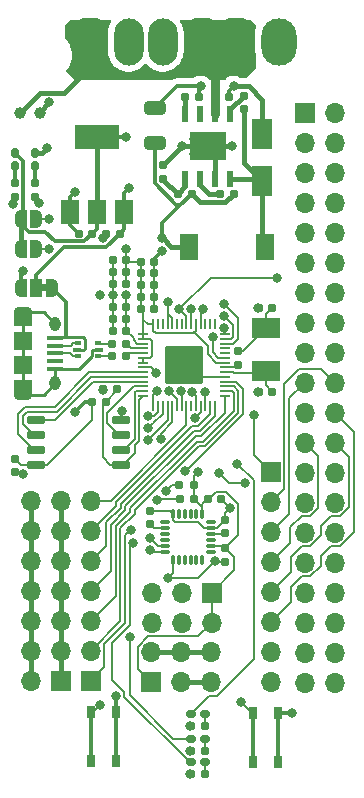
<source format=gbr>
%TF.GenerationSoftware,KiCad,Pcbnew,(6.0.0-0)*%
%TF.CreationDate,2022-01-13T06:26:05-05:00*%
%TF.ProjectId,piUAV,70695541-562e-46b6-9963-61645f706362,rev?*%
%TF.SameCoordinates,Original*%
%TF.FileFunction,Copper,L1,Top*%
%TF.FilePolarity,Positive*%
%FSLAX46Y46*%
G04 Gerber Fmt 4.6, Leading zero omitted, Abs format (unit mm)*
G04 Created by KiCad (PCBNEW (6.0.0-0)) date 2022-01-13 06:26:05*
%MOMM*%
%LPD*%
G01*
G04 APERTURE LIST*
G04 Aperture macros list*
%AMRoundRect*
0 Rectangle with rounded corners*
0 $1 Rounding radius*
0 $2 $3 $4 $5 $6 $7 $8 $9 X,Y pos of 4 corners*
0 Add a 4 corners polygon primitive as box body*
4,1,4,$2,$3,$4,$5,$6,$7,$8,$9,$2,$3,0*
0 Add four circle primitives for the rounded corners*
1,1,$1+$1,$2,$3*
1,1,$1+$1,$4,$5*
1,1,$1+$1,$6,$7*
1,1,$1+$1,$8,$9*
0 Add four rect primitives between the rounded corners*
20,1,$1+$1,$2,$3,$4,$5,0*
20,1,$1+$1,$4,$5,$6,$7,0*
20,1,$1+$1,$6,$7,$8,$9,0*
20,1,$1+$1,$8,$9,$2,$3,0*%
%AMFreePoly0*
4,1,22,0.550000,-0.750000,0.000000,-0.750000,0.000000,-0.745033,-0.079941,-0.743568,-0.215256,-0.701293,-0.333266,-0.622738,-0.424486,-0.514219,-0.481581,-0.384460,-0.499164,-0.250000,-0.500000,-0.250000,-0.500000,0.250000,-0.499164,0.250000,-0.499963,0.256109,-0.478152,0.396186,-0.417904,0.524511,-0.324060,0.630769,-0.204165,0.706417,-0.067858,0.745374,0.000000,0.744959,0.000000,0.750000,
0.550000,0.750000,0.550000,-0.750000,0.550000,-0.750000,$1*%
%AMFreePoly1*
4,1,20,0.000000,0.744959,0.073905,0.744508,0.209726,0.703889,0.328688,0.626782,0.421226,0.519385,0.479903,0.390333,0.500000,0.250000,0.500000,-0.250000,0.499851,-0.262216,0.476331,-0.402017,0.414519,-0.529596,0.319384,-0.634700,0.198574,-0.708877,0.061801,-0.746166,0.000000,-0.745033,0.000000,-0.750000,-0.550000,-0.750000,-0.550000,0.750000,0.000000,0.750000,0.000000,0.744959,
0.000000,0.744959,$1*%
%AMFreePoly2*
4,1,22,0.500000,-0.750000,0.000000,-0.750000,0.000000,-0.745033,-0.079941,-0.743568,-0.215256,-0.701293,-0.333266,-0.622738,-0.424486,-0.514219,-0.481581,-0.384460,-0.499164,-0.250000,-0.500000,-0.250000,-0.500000,0.250000,-0.499164,0.250000,-0.499963,0.256109,-0.478152,0.396186,-0.417904,0.524511,-0.324060,0.630769,-0.204165,0.706417,-0.067858,0.745374,0.000000,0.744959,0.000000,0.750000,
0.500000,0.750000,0.500000,-0.750000,0.500000,-0.750000,$1*%
%AMFreePoly3*
4,1,20,0.000000,0.744959,0.073905,0.744508,0.209726,0.703889,0.328688,0.626782,0.421226,0.519385,0.479903,0.390333,0.500000,0.250000,0.500000,-0.250000,0.499851,-0.262216,0.476331,-0.402017,0.414519,-0.529596,0.319384,-0.634700,0.198574,-0.708877,0.061801,-0.746166,0.000000,-0.745033,0.000000,-0.750000,-0.500000,-0.750000,-0.500000,0.750000,0.000000,0.750000,0.000000,0.744959,
0.000000,0.744959,$1*%
G04 Aperture macros list end*
%TA.AperFunction,SMDPad,CuDef*%
%ADD10RoundRect,0.160000X-0.160000X0.197500X-0.160000X-0.197500X0.160000X-0.197500X0.160000X0.197500X0*%
%TD*%
%TA.AperFunction,SMDPad,CuDef*%
%ADD11RoundRect,0.155000X0.212500X0.155000X-0.212500X0.155000X-0.212500X-0.155000X0.212500X-0.155000X0*%
%TD*%
%TA.AperFunction,SMDPad,CuDef*%
%ADD12RoundRect,0.160000X0.222500X0.160000X-0.222500X0.160000X-0.222500X-0.160000X0.222500X-0.160000X0*%
%TD*%
%TA.AperFunction,SMDPad,CuDef*%
%ADD13RoundRect,0.160000X0.197500X0.160000X-0.197500X0.160000X-0.197500X-0.160000X0.197500X-0.160000X0*%
%TD*%
%TA.AperFunction,SMDPad,CuDef*%
%ADD14RoundRect,0.155000X-0.212500X-0.155000X0.212500X-0.155000X0.212500X0.155000X-0.212500X0.155000X0*%
%TD*%
%TA.AperFunction,SMDPad,CuDef*%
%ADD15RoundRect,0.160000X-0.197500X-0.160000X0.197500X-0.160000X0.197500X0.160000X-0.197500X0.160000X0*%
%TD*%
%TA.AperFunction,SMDPad,CuDef*%
%ADD16R,1.800000X2.500000*%
%TD*%
%TA.AperFunction,SMDPad,CuDef*%
%ADD17C,1.000000*%
%TD*%
%TA.AperFunction,SMDPad,CuDef*%
%ADD18RoundRect,0.160000X0.160000X-0.197500X0.160000X0.197500X-0.160000X0.197500X-0.160000X-0.197500X0*%
%TD*%
%TA.AperFunction,SMDPad,CuDef*%
%ADD19R,0.650000X1.050000*%
%TD*%
%TA.AperFunction,ComponentPad*%
%ADD20R,1.700000X1.700000*%
%TD*%
%TA.AperFunction,ComponentPad*%
%ADD21O,1.700000X1.700000*%
%TD*%
%TA.AperFunction,SMDPad,CuDef*%
%ADD22O,3.000000X4.000000*%
%TD*%
%TA.AperFunction,SMDPad,CuDef*%
%ADD23RoundRect,0.155000X-0.155000X0.212500X-0.155000X-0.212500X0.155000X-0.212500X0.155000X0.212500X0*%
%TD*%
%TA.AperFunction,SMDPad,CuDef*%
%ADD24RoundRect,0.050000X0.050000X-0.387500X0.050000X0.387500X-0.050000X0.387500X-0.050000X-0.387500X0*%
%TD*%
%TA.AperFunction,SMDPad,CuDef*%
%ADD25RoundRect,0.050000X0.387500X-0.050000X0.387500X0.050000X-0.387500X0.050000X-0.387500X-0.050000X0*%
%TD*%
%TA.AperFunction,ComponentPad*%
%ADD26C,0.600000*%
%TD*%
%TA.AperFunction,SMDPad,CuDef*%
%ADD27RoundRect,0.144000X1.456000X-1.456000X1.456000X1.456000X-1.456000X1.456000X-1.456000X-1.456000X0*%
%TD*%
%TA.AperFunction,SMDPad,CuDef*%
%ADD28RoundRect,0.160000X0.160000X-0.222500X0.160000X0.222500X-0.160000X0.222500X-0.160000X-0.222500X0*%
%TD*%
%TA.AperFunction,SMDPad,CuDef*%
%ADD29RoundRect,0.075000X0.075000X-0.350000X0.075000X0.350000X-0.075000X0.350000X-0.075000X-0.350000X0*%
%TD*%
%TA.AperFunction,SMDPad,CuDef*%
%ADD30RoundRect,0.075000X0.350000X0.075000X-0.350000X0.075000X-0.350000X-0.075000X0.350000X-0.075000X0*%
%TD*%
%TA.AperFunction,SMDPad,CuDef*%
%ADD31RoundRect,0.150000X0.650000X0.150000X-0.650000X0.150000X-0.650000X-0.150000X0.650000X-0.150000X0*%
%TD*%
%TA.AperFunction,SMDPad,CuDef*%
%ADD32FreePoly0,180.000000*%
%TD*%
%TA.AperFunction,SMDPad,CuDef*%
%ADD33R,1.000000X1.500000*%
%TD*%
%TA.AperFunction,SMDPad,CuDef*%
%ADD34FreePoly1,180.000000*%
%TD*%
%TA.AperFunction,SMDPad,CuDef*%
%ADD35R,1.500000X2.000000*%
%TD*%
%TA.AperFunction,SMDPad,CuDef*%
%ADD36R,3.800000X2.000000*%
%TD*%
%TA.AperFunction,SMDPad,CuDef*%
%ADD37RoundRect,0.155000X0.155000X-0.212500X0.155000X0.212500X-0.155000X0.212500X-0.155000X-0.212500X0*%
%TD*%
%TA.AperFunction,SMDPad,CuDef*%
%ADD38R,2.400000X1.700000*%
%TD*%
%TA.AperFunction,SMDPad,CuDef*%
%ADD39O,2.500000X4.000000*%
%TD*%
%TA.AperFunction,SMDPad,CuDef*%
%ADD40RoundRect,0.250000X0.650000X-0.325000X0.650000X0.325000X-0.650000X0.325000X-0.650000X-0.325000X0*%
%TD*%
%TA.AperFunction,SMDPad,CuDef*%
%ADD41R,0.599999X1.450000*%
%TD*%
%TA.AperFunction,SMDPad,CuDef*%
%ADD42R,3.099999X2.400000*%
%TD*%
%TA.AperFunction,ComponentPad*%
%ADD43C,0.499999*%
%TD*%
%TA.AperFunction,SMDPad,CuDef*%
%ADD44R,1.500000X2.200000*%
%TD*%
%TA.AperFunction,SMDPad,CuDef*%
%ADD45R,0.500000X0.375000*%
%TD*%
%TA.AperFunction,SMDPad,CuDef*%
%ADD46R,0.650000X0.300000*%
%TD*%
%TA.AperFunction,SMDPad,CuDef*%
%ADD47FreePoly2,0.000000*%
%TD*%
%TA.AperFunction,SMDPad,CuDef*%
%ADD48FreePoly3,0.000000*%
%TD*%
%TA.AperFunction,SMDPad,CuDef*%
%ADD49R,1.350000X0.400000*%
%TD*%
%TA.AperFunction,SMDPad,CuDef*%
%ADD50R,1.550000X1.200000*%
%TD*%
%TA.AperFunction,ComponentPad*%
%ADD51O,1.550000X0.890000*%
%TD*%
%TA.AperFunction,SMDPad,CuDef*%
%ADD52R,1.550000X1.500000*%
%TD*%
%TA.AperFunction,ComponentPad*%
%ADD53O,0.950000X1.250000*%
%TD*%
%TA.AperFunction,SMDPad,CuDef*%
%ADD54RoundRect,0.625000X-0.625000X-1.375000X0.625000X-1.375000X0.625000X1.375000X-0.625000X1.375000X0*%
%TD*%
%TA.AperFunction,ViaPad*%
%ADD55C,0.800000*%
%TD*%
%TA.AperFunction,Conductor*%
%ADD56C,0.200000*%
%TD*%
%TA.AperFunction,Conductor*%
%ADD57C,0.400000*%
%TD*%
%TA.AperFunction,Conductor*%
%ADD58C,0.300000*%
%TD*%
%TA.AperFunction,Conductor*%
%ADD59C,0.250000*%
%TD*%
%TA.AperFunction,Conductor*%
%ADD60C,0.800000*%
%TD*%
G04 APERTURE END LIST*
%TO.C,JP2*%
G36*
X113400000Y-67500000D02*
G01*
X112900000Y-67500000D01*
X112900000Y-66900000D01*
X113400000Y-66900000D01*
X113400000Y-67500000D01*
G37*
%TD*%
D10*
%TO.P,R14,1*%
%TO.N,Net-(D5-Pad1)*%
X112400000Y-58302500D03*
%TO.P,R14,2*%
%TO.N,GND*%
X112400000Y-59497500D03*
%TD*%
D11*
%TO.P,C3,1*%
%TO.N,+1V1*%
X120117500Y-69850000D03*
%TO.P,C3,2*%
%TO.N,GND*%
X118982500Y-69850000D03*
%TD*%
D12*
%TO.P,D2,1,K*%
%TO.N,Net-(D2-Pad1)*%
X126752500Y-105400000D03*
%TO.P,D2,2,A*%
%TO.N,FC_STATUS_RED*%
X125607500Y-105400000D03*
%TD*%
D13*
%TO.P,R6,1*%
%TO.N,3V3_IO*%
X125800000Y-83950000D03*
%TO.P,R6,2*%
%TO.N,FC_I2C0_SCL*%
X124605000Y-83950000D03*
%TD*%
D14*
%TO.P,C21,1*%
%TO.N,VCC*%
X127632500Y-51050000D03*
%TO.P,C21,2*%
%TO.N,GND*%
X128767500Y-51050000D03*
%TD*%
D11*
%TO.P,C10,1*%
%TO.N,/3V_MCU*%
X120117500Y-64850000D03*
%TO.P,C10,2*%
%TO.N,GND*%
X118982500Y-64850000D03*
%TD*%
D15*
%TO.P,R8,1*%
%TO.N,Net-(R8-Pad1)*%
X125102500Y-51050000D03*
%TO.P,R8,2*%
%TO.N,GND*%
X126297500Y-51050000D03*
%TD*%
D16*
%TO.P,D6,1,K*%
%TO.N,Net-(C23-Pad2)*%
X131600000Y-58150000D03*
%TO.P,D6,2,A*%
%TO.N,GND*%
X131600000Y-54150000D03*
%TD*%
D17*
%TO.P,TP2,1,1*%
%TO.N,VCC*%
X111100000Y-52400000D03*
%TD*%
D18*
%TO.P,R5,1*%
%TO.N,FC_XOUT*%
X129600000Y-73747500D03*
%TO.P,R5,2*%
%TO.N,Net-(C13-Pad1)*%
X129600000Y-72552500D03*
%TD*%
D17*
%TO.P,TP1,1,1*%
%TO.N,GND*%
X112800000Y-52400000D03*
%TD*%
D12*
%TO.P,D1,1,K*%
%TO.N,Net-(D1-Pad1)*%
X126745000Y-103300000D03*
%TO.P,D1,2,A*%
%TO.N,FC_STATUS_BLUE*%
X125600000Y-103300000D03*
%TD*%
D18*
%TO.P,R15,1*%
%TO.N,Net-(R15-Pad1)*%
X123250000Y-57997500D03*
%TO.P,R15,2*%
%TO.N,GND*%
X123250000Y-56802500D03*
%TD*%
D19*
%TO.P,SW2,1,1*%
%TO.N,FC_RUN*%
X117125000Y-107275000D03*
X117125000Y-103125000D03*
%TO.P,SW2,2,2*%
%TO.N,GND*%
X119275000Y-107275000D03*
X119275000Y-103125000D03*
%TD*%
D13*
%TO.P,R3,1*%
%TO.N,FC_QSPI_SS*%
X119347500Y-75800000D03*
%TO.P,R3,2*%
%TO.N,FC_BOOTSEL*%
X118152500Y-75800000D03*
%TD*%
D11*
%TO.P,C19,1*%
%TO.N,GND*%
X128120000Y-85100000D03*
%TO.P,C19,2*%
%TO.N,3V3_IO*%
X126985000Y-85100000D03*
%TD*%
D20*
%TO.P,J6,1,Pin_1*%
%TO.N,3V3_IO*%
X122225000Y-100600000D03*
D21*
%TO.P,J6,2,Pin_2*%
%TO.N,GND*%
X122225000Y-98060000D03*
%TO.P,J6,3,Pin_3*%
%TO.N,+5V*%
X124765000Y-100600000D03*
%TO.P,J6,4,Pin_4*%
%TO.N,GND*%
X124765000Y-98060000D03*
%TO.P,J6,5,Pin_5*%
%TO.N,+5V*%
X127305000Y-100600000D03*
%TO.P,J6,6,Pin_6*%
%TO.N,GND*%
X127305000Y-98060000D03*
%TD*%
D19*
%TO.P,SW1,1,1*%
%TO.N,FC_BOOTSEL*%
X130825000Y-107375000D03*
X130825000Y-103225000D03*
%TO.P,SW1,2,2*%
%TO.N,GND*%
X132975000Y-103225000D03*
X132975000Y-107375000D03*
%TD*%
D11*
%TO.P,C1,1*%
%TO.N,+1V1*%
X120117500Y-68850000D03*
%TO.P,C1,2*%
%TO.N,GND*%
X118982500Y-68850000D03*
%TD*%
%TO.P,C7,1*%
%TO.N,/3V_MCU*%
X120117500Y-66850000D03*
%TO.P,C7,2*%
%TO.N,GND*%
X118982500Y-66850000D03*
%TD*%
%TO.P,C13,1*%
%TO.N,Net-(C13-Pad1)*%
X132467500Y-68900000D03*
%TO.P,C13,2*%
%TO.N,GND*%
X131332500Y-68900000D03*
%TD*%
%TO.P,C16,1*%
%TO.N,+3V3*%
X117217500Y-62632500D03*
%TO.P,C16,2*%
%TO.N,GND*%
X116082500Y-62632500D03*
%TD*%
D14*
%TO.P,C5,1*%
%TO.N,/3V_MCU*%
X121332500Y-68000000D03*
%TO.P,C5,2*%
%TO.N,GND*%
X122467500Y-68000000D03*
%TD*%
D22*
%TO.P,P6,1,PAD*%
%TO.N,GND*%
X133000000Y-46400000D03*
%TD*%
D23*
%TO.P,C14,1*%
%TO.N,3V3_IO*%
X110700000Y-81682500D03*
%TO.P,C14,2*%
%TO.N,GND*%
X110700000Y-82817500D03*
%TD*%
D24*
%TO.P,U1,1,IOVDD*%
%TO.N,/3V_MCU*%
X122400000Y-77187500D03*
%TO.P,U1,2,GPIO0*%
%TO.N,FC_SPI0_MISO*%
X122800000Y-77187500D03*
%TO.P,U1,3,GPIO1*%
%TO.N,FC_SPI0_CS*%
X123200000Y-77187500D03*
%TO.P,U1,4,GPIO2*%
%TO.N,FC_SPI0_SCK*%
X123600000Y-77187500D03*
%TO.P,U1,5,GPIO3*%
%TO.N,FC_SPI0_MOSI*%
X124000000Y-77187500D03*
%TO.P,U1,6,GPIO4*%
%TO.N,FC_I2C0_SDA*%
X124400000Y-77187500D03*
%TO.P,U1,7,GPIO5*%
%TO.N,FC_I2C0_SCL*%
X124800000Y-77187500D03*
%TO.P,U1,8,GPIO6*%
%TO.N,FC_RADIO_PPM*%
X125200000Y-77187500D03*
%TO.P,U1,9,GPIO7*%
%TO.N,FC_SERVO_7*%
X125600000Y-77187500D03*
%TO.P,U1,10,IOVDD*%
%TO.N,/3V_MCU*%
X126000000Y-77187500D03*
%TO.P,U1,11,GPIO8*%
%TO.N,FC_UART1_TX*%
X126400000Y-77187500D03*
%TO.P,U1,12,GPIO9*%
%TO.N,FC_UART1_RX*%
X126800000Y-77187500D03*
%TO.P,U1,13,GPIO10*%
%TO.N,FC_SERVO_6*%
X127200000Y-77187500D03*
%TO.P,U1,14,GPIO11*%
%TO.N,FC_SERVO_5*%
X127600000Y-77187500D03*
D25*
%TO.P,U1,15,GPIO12*%
%TO.N,FC_SERVO_4*%
X128437500Y-76350000D03*
%TO.P,U1,16,GPIO13*%
%TO.N,FC_SERVO_3*%
X128437500Y-75950000D03*
%TO.P,U1,17,GPIO14*%
%TO.N,FC_SERVO_2*%
X128437500Y-75550000D03*
%TO.P,U1,18,GPIO15*%
%TO.N,FC_SERVO_1*%
X128437500Y-75150000D03*
%TO.P,U1,19,TESTEN*%
%TO.N,GND*%
X128437500Y-74750000D03*
%TO.P,U1,20,XIN*%
%TO.N,FC_XIN*%
X128437500Y-74350000D03*
%TO.P,U1,21,XOUT*%
%TO.N,FC_XOUT*%
X128437500Y-73950000D03*
%TO.P,U1,22,IOVDD*%
%TO.N,/3V_MCU*%
X128437500Y-73550000D03*
%TO.P,U1,23,DVDD*%
%TO.N,+1V1*%
X128437500Y-73150000D03*
%TO.P,U1,24,SWCLK*%
%TO.N,FC_SWCLK*%
X128437500Y-72750000D03*
%TO.P,U1,25,SWD*%
%TO.N,FC_SWD*%
X128437500Y-72350000D03*
%TO.P,U1,26,RUN*%
%TO.N,FC_RUN*%
X128437500Y-71950000D03*
%TO.P,U1,27,GPIO16*%
%TO.N,FC_UART0_TX*%
X128437500Y-71550000D03*
%TO.P,U1,28,GPIO17*%
%TO.N,FC_UART0_RX*%
X128437500Y-71150000D03*
D24*
%TO.P,U1,29,GPIO18*%
%TO.N,FC_GPIO18*%
X127600000Y-70312500D03*
%TO.P,U1,30,GPIO19*%
%TO.N,FC_GPIO19*%
X127200000Y-70312500D03*
%TO.P,U1,31,GPIO20*%
%TO.N,FC_GPIO20*%
X126800000Y-70312500D03*
%TO.P,U1,32,GPIO21*%
%TO.N,FC_STATUS_RED*%
X126400000Y-70312500D03*
%TO.P,U1,33,IOVDD*%
%TO.N,/3V_MCU*%
X126000000Y-70312500D03*
%TO.P,U1,34,GPIO22*%
%TO.N,FC_STATUS_GREEN*%
X125600000Y-70312500D03*
%TO.P,U1,35,GPIO23*%
%TO.N,FC_STATUS_BLUE*%
X125200000Y-70312500D03*
%TO.P,U1,36,GPIO24*%
%TO.N,FC_GPIO24*%
X124800000Y-70312500D03*
%TO.P,U1,37,GPIO25*%
%TO.N,FC_GPIO25*%
X124400000Y-70312500D03*
%TO.P,U1,38,GPIO26_ADC0*%
%TO.N,3V3_IO*%
X124000000Y-70312500D03*
%TO.P,U1,39,GPIO27_ADC1*%
X123600000Y-70312500D03*
%TO.P,U1,40,GPIO28_ADC2*%
%TO.N,FC_GPIO28_ADC2*%
X123200000Y-70312500D03*
%TO.P,U1,41,GPIO29_ADC3*%
%TO.N,FC_GPIO29_ADC3*%
X122800000Y-70312500D03*
%TO.P,U1,42,IOVDD*%
%TO.N,/3V_MCU*%
X122400000Y-70312500D03*
D25*
%TO.P,U1,43,ADC_AVDD*%
X121562500Y-71150000D03*
%TO.P,U1,44,VREG_IN*%
X121562500Y-71550000D03*
%TO.P,U1,45,VREG_VOUT*%
%TO.N,+1V1*%
X121562500Y-71950000D03*
%TO.P,U1,46,USB_DM*%
%TO.N,/USB-*%
X121562500Y-72350000D03*
%TO.P,U1,47,USB_DP*%
%TO.N,/USB+*%
X121562500Y-72750000D03*
%TO.P,U1,48,USB_VDD*%
%TO.N,/3V_MCU*%
X121562500Y-73150000D03*
%TO.P,U1,49,IOVDD*%
X121562500Y-73550000D03*
%TO.P,U1,50,DVDD*%
%TO.N,+1V1*%
X121562500Y-73950000D03*
%TO.P,U1,51,QSPI_SD3*%
%TO.N,FC_QSPI_SD3*%
X121562500Y-74350000D03*
%TO.P,U1,52,QSPI_SCLK*%
%TO.N,FC_QSPI_SCLK*%
X121562500Y-74750000D03*
%TO.P,U1,53,QSPI_SD0*%
%TO.N,FC_QSPI_SD0*%
X121562500Y-75150000D03*
%TO.P,U1,54,QSPI_SD2*%
%TO.N,FC_QSPI_SD2*%
X121562500Y-75550000D03*
%TO.P,U1,55,QSPI_SD1*%
%TO.N,FC_QSPI_SD1*%
X121562500Y-75950000D03*
%TO.P,U1,56,QSPI_SS*%
%TO.N,FC_QSPI_SS*%
X121562500Y-76350000D03*
D26*
%TO.P,U1,57,GND*%
%TO.N,GND*%
X125000000Y-73750000D03*
X126275000Y-75025000D03*
X125000000Y-75025000D03*
X126275000Y-72475000D03*
X126275000Y-73750000D03*
X125000000Y-72475000D03*
X123725000Y-72475000D03*
D27*
X125000000Y-73750000D03*
D26*
X123725000Y-75025000D03*
X123725000Y-73750000D03*
%TD*%
D13*
%TO.P,R11,1*%
%TO.N,Net-(D2-Pad1)*%
X126777500Y-106400000D03*
%TO.P,R11,2*%
%TO.N,GND*%
X125582500Y-106400000D03*
%TD*%
%TO.P,R7,1*%
%TO.N,3V3_IO*%
X125850000Y-85100000D03*
%TO.P,R7,2*%
%TO.N,FC_I2C0_SDA*%
X124655000Y-85100000D03*
%TD*%
D28*
%TO.P,D5,1,K*%
%TO.N,Net-(D5-Pad1)*%
X112400000Y-56920000D03*
%TO.P,D5,2,A*%
%TO.N,+5V*%
X112400000Y-55775000D03*
%TD*%
D29*
%TO.P,U4,1,CLKIN*%
%TO.N,GND*%
X124050000Y-90250000D03*
%TO.P,U4,2*%
%TO.N,N/C*%
X124550000Y-90250000D03*
%TO.P,U4,3*%
X125050000Y-90250000D03*
%TO.P,U4,4*%
X125550000Y-90250000D03*
%TO.P,U4,5*%
X126050000Y-90250000D03*
%TO.P,U4,6,AUX_SDA*%
%TO.N,unconnected-(U4-Pad6)*%
X126550000Y-90250000D03*
D30*
%TO.P,U4,7,AUX_SCL*%
%TO.N,unconnected-(U4-Pad7)*%
X127250000Y-89550000D03*
%TO.P,U4,8,VDDIO*%
%TO.N,3V3_IO*%
X127250000Y-89050000D03*
%TO.P,U4,9,AD0*%
%TO.N,unconnected-(U4-Pad9)*%
X127250000Y-88550000D03*
%TO.P,U4,10,REGOUT*%
%TO.N,Net-(C18-Pad1)*%
X127250000Y-88050000D03*
%TO.P,U4,11,FSYNC*%
%TO.N,GND*%
X127250000Y-87550000D03*
%TO.P,U4,12,INT*%
%TO.N,unconnected-(U4-Pad12)*%
X127250000Y-87050000D03*
D29*
%TO.P,U4,13,VDD*%
%TO.N,3V3_IO*%
X126550000Y-86350000D03*
%TO.P,U4,14*%
%TO.N,N/C*%
X126050000Y-86350000D03*
%TO.P,U4,15*%
X125550000Y-86350000D03*
%TO.P,U4,16*%
X125050000Y-86350000D03*
%TO.P,U4,17*%
X124550000Y-86350000D03*
%TO.P,U4,18,GND*%
%TO.N,GND*%
X124050000Y-86350000D03*
D30*
%TO.P,U4,19*%
%TO.N,N/C*%
X123350000Y-87050000D03*
%TO.P,U4,20,CPOUT*%
%TO.N,Net-(C17-Pad1)*%
X123350000Y-87550000D03*
%TO.P,U4,21*%
%TO.N,N/C*%
X123350000Y-88050000D03*
%TO.P,U4,22*%
X123350000Y-88550000D03*
%TO.P,U4,23,SCL*%
%TO.N,FC_I2C0_SCL*%
X123350000Y-89050000D03*
%TO.P,U4,24,SDA*%
%TO.N,FC_I2C0_SDA*%
X123350000Y-89550000D03*
%TD*%
D20*
%TO.P,J2,1,Pin_1*%
%TO.N,3V3_IO*%
X127325000Y-93025000D03*
D21*
%TO.P,J2,2,Pin_2*%
X127325000Y-95565000D03*
%TO.P,J2,3,Pin_3*%
%TO.N,FC_UART1_TX*%
X124785000Y-93025000D03*
%TO.P,J2,4,Pin_4*%
%TO.N,FC_UART1_RX*%
X124785000Y-95565000D03*
%TO.P,J2,5,Pin_5*%
%TO.N,FC_UART0_TX*%
X122245000Y-93025000D03*
%TO.P,J2,6,Pin_6*%
%TO.N,FC_UART0_RX*%
X122245000Y-95565000D03*
%TD*%
D23*
%TO.P,C23,1*%
%TO.N,Net-(C23-Pad1)*%
X130100000Y-50932500D03*
%TO.P,C23,2*%
%TO.N,Net-(C23-Pad2)*%
X130100000Y-52067500D03*
%TD*%
D31*
%TO.P,U2,1,~{CS}*%
%TO.N,FC_QSPI_SS*%
X119650000Y-82205000D03*
%TO.P,U2,2,DO(IO1)*%
%TO.N,FC_QSPI_SD1*%
X119650000Y-80935000D03*
%TO.P,U2,3,IO2*%
%TO.N,FC_QSPI_SD2*%
X119650000Y-79665000D03*
%TO.P,U2,4,GND*%
%TO.N,GND*%
X119650000Y-78395000D03*
%TO.P,U2,5,DI(IO0)*%
%TO.N,FC_QSPI_SD0*%
X112450000Y-78395000D03*
%TO.P,U2,6,CLK*%
%TO.N,FC_QSPI_SCLK*%
X112450000Y-79665000D03*
%TO.P,U2,7,IO3*%
%TO.N,FC_QSPI_SD3*%
X112450000Y-80935000D03*
%TO.P,U2,8,VCC*%
%TO.N,3V3_IO*%
X112450000Y-82205000D03*
%TD*%
D15*
%TO.P,R16,1*%
%TO.N,Net-(R16-Pad1)*%
X128002500Y-59250000D03*
%TO.P,R16,2*%
%TO.N,+5V*%
X129197500Y-59250000D03*
%TD*%
D32*
%TO.P,JP2,1,A*%
%TO.N,FC_USB_VBUS*%
X113800000Y-67200000D03*
D33*
%TO.P,JP2,2,C*%
%TO.N,REG_5VIN*%
X112500000Y-67200000D03*
D34*
%TO.P,JP2,3,B*%
%TO.N,+5V*%
X111200000Y-67200000D03*
%TD*%
D14*
%TO.P,C11,1*%
%TO.N,/3V_MCU*%
X121332500Y-65000000D03*
%TO.P,C11,2*%
%TO.N,GND*%
X122467500Y-65000000D03*
%TD*%
D11*
%TO.P,C15,1*%
%TO.N,REG_5VIN*%
X119567500Y-62650000D03*
%TO.P,C15,2*%
%TO.N,GND*%
X118432500Y-62650000D03*
%TD*%
D20*
%TO.P,J3,1,Pin_1*%
%TO.N,FC_SERVO_1*%
X117100000Y-100500000D03*
D21*
%TO.P,J3,2,Pin_2*%
%TO.N,FC_SERVO_2*%
X117100000Y-97960000D03*
%TO.P,J3,3,Pin_3*%
%TO.N,FC_SERVO_3*%
X117100000Y-95420000D03*
%TO.P,J3,4,Pin_4*%
%TO.N,FC_SERVO_4*%
X117100000Y-92880000D03*
%TO.P,J3,5,Pin_5*%
%TO.N,FC_SERVO_5*%
X117100000Y-90340000D03*
%TO.P,J3,6,Pin_6*%
%TO.N,FC_SERVO_6*%
X117100000Y-87800000D03*
%TO.P,J3,7,Pin_7*%
%TO.N,FC_RADIO_PPM*%
X117100000Y-85260000D03*
%TD*%
D35*
%TO.P,U3,1,GND*%
%TO.N,GND*%
X115350000Y-60782500D03*
D36*
%TO.P,U3,2,VO*%
%TO.N,+3V3*%
X117650000Y-54482500D03*
D35*
X117650000Y-60782500D03*
%TO.P,U3,3,VI*%
%TO.N,REG_5VIN*%
X119950000Y-60782500D03*
%TD*%
D20*
%TO.P,J7,1,Pin_1*%
%TO.N,+3V3*%
X135225000Y-52375000D03*
D21*
%TO.P,J7,2,Pin_2*%
%TO.N,REG_5VIN*%
X137765000Y-52375000D03*
%TO.P,J7,3,Pin_3*%
%TO.N,unconnected-(J7-Pad3)*%
X135225000Y-54915000D03*
%TO.P,J7,4,Pin_4*%
%TO.N,REG_5VIN*%
X137765000Y-54915000D03*
%TO.P,J7,5,Pin_5*%
%TO.N,unconnected-(J7-Pad5)*%
X135225000Y-57455000D03*
%TO.P,J7,6,Pin_6*%
%TO.N,GND*%
X137765000Y-57455000D03*
%TO.P,J7,7,Pin_7*%
%TO.N,unconnected-(J7-Pad7)*%
X135225000Y-59995000D03*
%TO.P,J7,8,Pin_8*%
%TO.N,Net-(J7-Pad8)*%
X137765000Y-59995000D03*
%TO.P,J7,9,Pin_9*%
%TO.N,unconnected-(J7-Pad9)*%
X135225000Y-62535000D03*
%TO.P,J7,10,Pin_10*%
%TO.N,Net-(J7-Pad10)*%
X137765000Y-62535000D03*
%TO.P,J7,11,Pin_11*%
%TO.N,DISP_RESET*%
X135225000Y-65075000D03*
%TO.P,J7,12,Pin_12*%
%TO.N,unconnected-(J7-Pad12)*%
X137765000Y-65075000D03*
%TO.P,J7,13,Pin_13*%
%TO.N,unconnected-(J7-Pad13)*%
X135225000Y-67615000D03*
%TO.P,J7,14,Pin_14*%
%TO.N,GND*%
X137765000Y-67615000D03*
%TO.P,J7,15,Pin_15*%
%TO.N,unconnected-(J7-Pad15)*%
X135225000Y-70155000D03*
%TO.P,J7,16,Pin_16*%
%TO.N,unconnected-(J7-Pad16)*%
X137765000Y-70155000D03*
%TO.P,J7,17,Pin_17*%
%TO.N,DISP_VCC*%
X135225000Y-72695000D03*
%TO.P,J7,18,Pin_18*%
%TO.N,DISP_BUSY*%
X137765000Y-72695000D03*
%TO.P,J7,19,Pin_19*%
%TO.N,DISP_DIN*%
X135225000Y-75235000D03*
%TO.P,J7,20,Pin_20*%
%TO.N,DISP_GND*%
X137765000Y-75235000D03*
%TO.P,J7,21,Pin_21*%
%TO.N,unconnected-(J7-Pad21)*%
X135225000Y-77775000D03*
%TO.P,J7,22,Pin_22*%
%TO.N,DISP_DC*%
X137765000Y-77775000D03*
%TO.P,J7,23,Pin_23*%
%TO.N,DISP_CLK*%
X135225000Y-80315000D03*
%TO.P,J7,24,Pin_24*%
%TO.N,DISP_CS*%
X137765000Y-80315000D03*
%TO.P,J7,25,Pin_25*%
%TO.N,GND*%
X135225000Y-82855000D03*
%TO.P,J7,26,Pin_26*%
%TO.N,unconnected-(J7-Pad26)*%
X137765000Y-82855000D03*
%TO.P,J7,27,Pin_27*%
%TO.N,unconnected-(J7-Pad27)*%
X135225000Y-85395000D03*
%TO.P,J7,28,Pin_28*%
%TO.N,unconnected-(J7-Pad28)*%
X137765000Y-85395000D03*
%TO.P,J7,29,Pin_29*%
%TO.N,unconnected-(J7-Pad29)*%
X135225000Y-87935000D03*
%TO.P,J7,30,Pin_30*%
%TO.N,GND*%
X137765000Y-87935000D03*
%TO.P,J7,31,Pin_31*%
%TO.N,unconnected-(J7-Pad31)*%
X135225000Y-90475000D03*
%TO.P,J7,32,Pin_32*%
%TO.N,unconnected-(J7-Pad32)*%
X137765000Y-90475000D03*
%TO.P,J7,33,Pin_33*%
%TO.N,unconnected-(J7-Pad33)*%
X135225000Y-93015000D03*
%TO.P,J7,34,Pin_34*%
%TO.N,GND*%
X137765000Y-93015000D03*
%TO.P,J7,35,Pin_35*%
%TO.N,unconnected-(J7-Pad35)*%
X135225000Y-95555000D03*
%TO.P,J7,36,Pin_36*%
%TO.N,unconnected-(J7-Pad36)*%
X137765000Y-95555000D03*
%TO.P,J7,37,Pin_37*%
%TO.N,unconnected-(J7-Pad37)*%
X135225000Y-98095000D03*
%TO.P,J7,38,Pin_38*%
%TO.N,unconnected-(J7-Pad38)*%
X137765000Y-98095000D03*
%TO.P,J7,39,Pin_39*%
%TO.N,GND*%
X135225000Y-100635000D03*
%TO.P,J7,40,Pin_40*%
%TO.N,unconnected-(J7-Pad40)*%
X137765000Y-100635000D03*
%TD*%
D20*
%TO.P,J5,1,Pin_1*%
%TO.N,GND*%
X114575000Y-100500000D03*
D21*
%TO.P,J5,2,Pin_2*%
%TO.N,+5V*%
X112035000Y-100500000D03*
%TO.P,J5,3,Pin_3*%
%TO.N,GND*%
X114575000Y-97960000D03*
%TO.P,J5,4,Pin_4*%
%TO.N,+5V*%
X112035000Y-97960000D03*
%TO.P,J5,5,Pin_5*%
%TO.N,GND*%
X114575000Y-95420000D03*
%TO.P,J5,6,Pin_6*%
%TO.N,+5V*%
X112035000Y-95420000D03*
%TO.P,J5,7,Pin_7*%
%TO.N,GND*%
X114575000Y-92880000D03*
%TO.P,J5,8,Pin_8*%
%TO.N,+5V*%
X112035000Y-92880000D03*
%TO.P,J5,9,Pin_9*%
%TO.N,GND*%
X114575000Y-90340000D03*
%TO.P,J5,10,Pin_10*%
%TO.N,+5V*%
X112035000Y-90340000D03*
%TO.P,J5,11,Pin_11*%
%TO.N,GND*%
X114575000Y-87800000D03*
%TO.P,J5,12,Pin_12*%
%TO.N,+5V*%
X112035000Y-87800000D03*
%TO.P,J5,13,Pin_13*%
%TO.N,GND*%
X114575000Y-85260000D03*
%TO.P,J5,14,Pin_14*%
%TO.N,+5V*%
X112035000Y-85260000D03*
%TD*%
D37*
%TO.P,C17,1*%
%TO.N,Net-(C17-Pad1)*%
X122150000Y-87217500D03*
%TO.P,C17,2*%
%TO.N,GND*%
X122150000Y-86082500D03*
%TD*%
D15*
%TO.P,R1,1*%
%TO.N,FC_USB_D+*%
X118902500Y-72950000D03*
%TO.P,R1,2*%
%TO.N,/USB+*%
X120097500Y-72950000D03*
%TD*%
D38*
%TO.P,Y1,1,1*%
%TO.N,FC_XIN*%
X131900000Y-74300000D03*
%TO.P,Y1,2,2*%
%TO.N,Net-(C13-Pad1)*%
X131900000Y-70600000D03*
%TD*%
D39*
%TO.P,P2,1,PAD*%
%TO.N,GND*%
X120300000Y-46400000D03*
%TD*%
D11*
%TO.P,C8,1*%
%TO.N,/3V_MCU*%
X120117500Y-65850000D03*
%TO.P,C8,2*%
%TO.N,GND*%
X118982500Y-65850000D03*
%TD*%
D40*
%TO.P,C24,1*%
%TO.N,+5V*%
X122500000Y-54975000D03*
%TO.P,C24,2*%
%TO.N,GND*%
X122500000Y-52025000D03*
%TD*%
D13*
%TO.P,R10,1*%
%TO.N,Net-(D1-Pad1)*%
X126770000Y-104300000D03*
%TO.P,R10,2*%
%TO.N,GND*%
X125575000Y-104300000D03*
%TD*%
D41*
%TO.P,U5,1,BOOT*%
%TO.N,Net-(C23-Pad1)*%
X128905000Y-52524999D03*
%TO.P,U5,2,VIN*%
%TO.N,VCC*%
X127635000Y-52524999D03*
%TO.P,U5,3,EN*%
%TO.N,unconnected-(U5-Pad3)*%
X126365000Y-52524999D03*
%TO.P,U5,4,RT_SYNC*%
%TO.N,Net-(R8-Pad1)*%
X125095000Y-52524999D03*
%TO.P,U5,5,FB*%
%TO.N,Net-(R15-Pad1)*%
X125095000Y-57974998D03*
%TO.P,U5,6,PWRGD*%
%TO.N,Net-(R16-Pad1)*%
X126365000Y-57974998D03*
%TO.P,U5,7,GND*%
%TO.N,GND*%
X127635000Y-57974998D03*
%TO.P,U5,8,SW*%
%TO.N,Net-(C23-Pad2)*%
X128905000Y-57974998D03*
D42*
%TO.P,U5,9,PAD*%
%TO.N,GND*%
X127000000Y-55250000D03*
D43*
%TO.P,U5,V*%
%TO.N,N/C*%
X127000000Y-55900001D03*
X125700000Y-55900001D03*
X125700000Y-54599999D03*
X128300000Y-55900001D03*
X128300000Y-54599999D03*
X127000000Y-54599999D03*
%TD*%
D10*
%TO.P,R13,1*%
%TO.N,Net-(D4-Pad1)*%
X110700000Y-58302500D03*
%TO.P,R13,2*%
%TO.N,GND*%
X110700000Y-59497500D03*
%TD*%
D44*
%TO.P,L1,1*%
%TO.N,Net-(C23-Pad2)*%
X131850000Y-63750000D03*
%TO.P,L1,2*%
%TO.N,+5V*%
X125450000Y-63750000D03*
%TD*%
D15*
%TO.P,R4,1*%
%TO.N,3V3_IO*%
X117202500Y-76850000D03*
%TO.P,R4,2*%
%TO.N,FC_QSPI_SS*%
X118397500Y-76850000D03*
%TD*%
D45*
%TO.P,U6,1,I/O1*%
%TO.N,FC_USB_D+*%
X117750000Y-72987500D03*
D46*
%TO.P,U6,2,GND*%
%TO.N,GND*%
X117825000Y-72450000D03*
D45*
%TO.P,U6,3,I/O2*%
%TO.N,FC_USB_D-*%
X117750000Y-71912500D03*
%TO.P,U6,4,I/O2*%
%TO.N,Net-(J1-Pad2)*%
X116050000Y-71912500D03*
D46*
%TO.P,U6,5,VBUS*%
%TO.N,FC_USB_VBUS*%
X115975000Y-72450000D03*
D45*
%TO.P,U6,6,I/O1*%
%TO.N,Net-(J1-Pad3)*%
X116050000Y-72987500D03*
%TD*%
D13*
%TO.P,R12,1*%
%TO.N,Net-(D3-Pad1)*%
X126787500Y-108400000D03*
%TO.P,R12,2*%
%TO.N,GND*%
X125592500Y-108400000D03*
%TD*%
D47*
%TO.P,JP1,1,A*%
%TO.N,+3V3*%
X111200000Y-63900000D03*
D48*
%TO.P,JP1,2,B*%
%TO.N,/3V_MCU*%
X112500000Y-63900000D03*
%TD*%
D14*
%TO.P,C4,1*%
%TO.N,/3V_MCU*%
X121332500Y-69000000D03*
%TO.P,C4,2*%
%TO.N,GND*%
X122467500Y-69000000D03*
%TD*%
D11*
%TO.P,C12,1*%
%TO.N,FC_XIN*%
X132467500Y-76000000D03*
%TO.P,C12,2*%
%TO.N,GND*%
X131332500Y-76000000D03*
%TD*%
D12*
%TO.P,D3,1,K*%
%TO.N,Net-(D3-Pad1)*%
X126772500Y-107400000D03*
%TO.P,D3,2,A*%
%TO.N,FC_STATUS_GREEN*%
X125627500Y-107400000D03*
%TD*%
D23*
%TO.P,C20,1*%
%TO.N,3V3_IO*%
X128500000Y-89282500D03*
%TO.P,C20,2*%
%TO.N,GND*%
X128500000Y-90417500D03*
%TD*%
D37*
%TO.P,C18,1*%
%TO.N,Net-(C18-Pad1)*%
X128500000Y-87967500D03*
%TO.P,C18,2*%
%TO.N,GND*%
X128500000Y-86832500D03*
%TD*%
D49*
%TO.P,J1,1,VBUS*%
%TO.N,FC_USB_VBUS*%
X114100000Y-71450000D03*
%TO.P,J1,2,D-*%
%TO.N,Net-(J1-Pad2)*%
X114100000Y-72100000D03*
%TO.P,J1,3,D+*%
%TO.N,Net-(J1-Pad3)*%
X114100000Y-72750000D03*
%TO.P,J1,4,ID*%
%TO.N,unconnected-(J1-Pad4)*%
X114100000Y-73400000D03*
%TO.P,J1,5,GND*%
%TO.N,GND*%
X114100000Y-74050000D03*
D50*
%TO.P,J1,6,Shield*%
X111400000Y-69850000D03*
D51*
X111400000Y-76250000D03*
X111400000Y-69250000D03*
D52*
X111400000Y-71750000D03*
D53*
X114100000Y-70250000D03*
D50*
X111400000Y-75650000D03*
D52*
X111400000Y-73750000D03*
D53*
X114100000Y-75250000D03*
%TD*%
D13*
%TO.P,R9,1*%
%TO.N,+5V*%
X125647500Y-59250000D03*
%TO.P,R9,2*%
%TO.N,Net-(R15-Pad1)*%
X124452500Y-59250000D03*
%TD*%
D47*
%TO.P,JP3,1,A*%
%TO.N,+3V3*%
X111200000Y-61400000D03*
D48*
%TO.P,JP3,2,B*%
%TO.N,3V3_IO*%
X112500000Y-61400000D03*
%TD*%
D14*
%TO.P,C6,1*%
%TO.N,/3V_MCU*%
X121332500Y-67000000D03*
%TO.P,C6,2*%
%TO.N,GND*%
X122467500Y-67000000D03*
%TD*%
D54*
%TO.P,P3,1,PAD*%
%TO.N,VCC*%
X126500000Y-46400000D03*
%TD*%
D20*
%TO.P,J8,1,Pin_1*%
%TO.N,DISP_VCC*%
X132350000Y-82840000D03*
D21*
%TO.P,J8,2,Pin_2*%
%TO.N,DISP_GND*%
X132350000Y-85380000D03*
%TO.P,J8,3,Pin_3*%
%TO.N,DISP_DIN*%
X132350000Y-87920000D03*
%TO.P,J8,4,Pin_4*%
%TO.N,DISP_CLK*%
X132350000Y-90460000D03*
%TO.P,J8,5,Pin_5*%
%TO.N,DISP_CS*%
X132350000Y-93000000D03*
%TO.P,J8,6,Pin_6*%
%TO.N,DISP_DC*%
X132350000Y-95540000D03*
%TO.P,J8,7,Pin_7*%
%TO.N,DISP_RESET*%
X132350000Y-98080000D03*
%TO.P,J8,8,Pin_8*%
%TO.N,DISP_BUSY*%
X132350000Y-100620000D03*
%TD*%
D39*
%TO.P,P4,1,PAD*%
%TO.N,GND*%
X123200000Y-46400000D03*
%TD*%
D54*
%TO.P,P1,1,PAD*%
%TO.N,VCC*%
X117000000Y-46400000D03*
%TD*%
D11*
%TO.P,C2,1*%
%TO.N,+1V1*%
X120117500Y-70850000D03*
%TO.P,C2,2*%
%TO.N,GND*%
X118982500Y-70850000D03*
%TD*%
D54*
%TO.P,P5,1,PAD*%
%TO.N,VCC*%
X129400000Y-46400000D03*
%TD*%
D14*
%TO.P,C9,1*%
%TO.N,/3V_MCU*%
X121332500Y-66000000D03*
%TO.P,C9,2*%
%TO.N,GND*%
X122467500Y-66000000D03*
%TD*%
D15*
%TO.P,R2,1*%
%TO.N,FC_USB_D-*%
X118902500Y-71950000D03*
%TO.P,R2,2*%
%TO.N,/USB-*%
X120097500Y-71950000D03*
%TD*%
D28*
%TO.P,D4,1,K*%
%TO.N,Net-(D4-Pad1)*%
X110700000Y-56922500D03*
%TO.P,D4,2,A*%
%TO.N,+3V3*%
X110700000Y-55777500D03*
%TD*%
D55*
%TO.N,+1V1*%
X120100000Y-67850000D03*
X127415319Y-71337955D03*
X122650000Y-74400000D03*
%TO.N,GND*%
X133500000Y-46400000D03*
X124800000Y-55250000D03*
X127600000Y-90350000D03*
X115750000Y-59100000D03*
X123700000Y-46400000D03*
X120800000Y-47400000D03*
X125500000Y-108400000D03*
X131300000Y-76000000D03*
X129100000Y-55250000D03*
X129200000Y-50150000D03*
X125500000Y-106400000D03*
X132500000Y-45400000D03*
X118155591Y-62994357D03*
X119250000Y-101800000D03*
X133500000Y-45400000D03*
X132500000Y-47400000D03*
X122700000Y-45400000D03*
X119750000Y-77650000D03*
X131300000Y-68900000D03*
X120800000Y-45400000D03*
X110550000Y-60150000D03*
X119800000Y-47400000D03*
X123600000Y-91800000D03*
X128900000Y-85850000D03*
X134100000Y-103250000D03*
X123700000Y-47400000D03*
X123150000Y-64100000D03*
X132500000Y-46400000D03*
X126400000Y-50150000D03*
X125500000Y-104300000D03*
X113600000Y-51499500D03*
X123700000Y-45400000D03*
X122700000Y-47400000D03*
X112700000Y-60050000D03*
X120800000Y-46400000D03*
X119800000Y-46400000D03*
X111400000Y-83000000D03*
X122700000Y-46400000D03*
X133500000Y-47400000D03*
X119800000Y-45400000D03*
X118950000Y-67850000D03*
%TO.N,/3V_MCU*%
X120100000Y-63950000D03*
X122700994Y-75950000D03*
X113600000Y-63900000D03*
X125696962Y-76021212D03*
%TO.N,3V3_IO*%
X123600000Y-68450000D03*
X117900000Y-67850000D03*
X113600000Y-61400000D03*
X115752125Y-77702125D03*
X126145137Y-82780429D03*
%TO.N,REG_5VIN*%
X120350000Y-58750000D03*
%TO.N,+3V3*%
X120100000Y-54450000D03*
%TO.N,VCC*%
X130000000Y-45400000D03*
X130000000Y-47400000D03*
X129000000Y-45400000D03*
X129000000Y-46400000D03*
X116500000Y-47400000D03*
X116500000Y-46400000D03*
X127000000Y-45400000D03*
X129000000Y-47400000D03*
X127000000Y-47400000D03*
X117500000Y-45400000D03*
X126000000Y-47400000D03*
X116500000Y-45400000D03*
X117500000Y-47400000D03*
X127000000Y-46400000D03*
X117500000Y-46400000D03*
X126000000Y-46400000D03*
X126000000Y-45400000D03*
X130000000Y-46400000D03*
%TO.N,+5V*%
X113400000Y-55350000D03*
X123150000Y-63000000D03*
X111350000Y-65800000D03*
%TO.N,FC_STATUS_BLUE*%
X132900000Y-66400000D03*
X124600000Y-69050000D03*
X129500000Y-82100000D03*
%TO.N,FC_STATUS_RED*%
X127943668Y-82900000D03*
X126599503Y-69050000D03*
X120400000Y-96800000D03*
X130140111Y-83740111D03*
%TO.N,FC_STATUS_GREEN*%
X125600000Y-69050000D03*
X120705080Y-88800000D03*
%TO.N,FC_UART1_TX*%
X125899500Y-78222534D03*
%TO.N,FC_UART1_RX*%
X126800000Y-76000000D03*
%TO.N,FC_UART0_TX*%
X128400000Y-69600000D03*
%TO.N,FC_UART0_RX*%
X128400000Y-70600000D03*
%TO.N,FC_SERVO_1*%
X120481973Y-87701325D03*
X125115957Y-82748316D03*
%TO.N,FC_SPI0_MISO*%
X121924500Y-78100000D03*
%TO.N,FC_SPI0_SCK*%
X121924500Y-80099006D03*
%TO.N,FC_SPI0_MOSI*%
X123031375Y-79981375D03*
%TO.N,FC_SPI0_CS*%
X121924500Y-79099503D03*
%TO.N,DISP_VCC*%
X130900000Y-78000000D03*
%TO.N,FC_BOOTSEL*%
X118150000Y-75849500D03*
X129800000Y-102300000D03*
%TO.N,FC_I2C0_SCL*%
X122150000Y-88400000D03*
X123500000Y-84400500D03*
X124700000Y-75950000D03*
%TO.N,FC_I2C0_SDA*%
X122679399Y-85214946D03*
X123700497Y-75950000D03*
X122150000Y-89450000D03*
%TO.N,FC_RUN*%
X117900000Y-102500000D03*
X128400000Y-68600497D03*
%TD*%
D56*
%TO.N,+1V1*%
X127415319Y-72659614D02*
X127415319Y-71337955D01*
X128437500Y-73150000D02*
X127905705Y-73150000D01*
X120117500Y-69850000D02*
X120117500Y-70850000D01*
X120117500Y-67867500D02*
X120100000Y-67850000D01*
X121562500Y-73950000D02*
X122200000Y-73950000D01*
X120754520Y-71673815D02*
X120754520Y-71487020D01*
X122200000Y-73950000D02*
X122650000Y-74400000D01*
X121030705Y-71950000D02*
X120754520Y-71673815D01*
X120754520Y-71487020D02*
X120117500Y-70850000D01*
X127905705Y-73150000D02*
X127415319Y-72659614D01*
X121562500Y-71950000D02*
X121030705Y-71950000D01*
X120117500Y-68850000D02*
X120117500Y-67867500D01*
X120117500Y-68850000D02*
X120117500Y-69850000D01*
D57*
%TO.N,GND*%
X114575000Y-87800000D02*
X114575000Y-90340000D01*
D58*
X112400000Y-59750000D02*
X112700000Y-60050000D01*
X128767500Y-50582500D02*
X129200000Y-50150000D01*
D59*
X111400000Y-73750000D02*
X111400000Y-75650000D01*
D56*
X131332500Y-68900000D02*
X131300000Y-68900000D01*
D57*
X122225000Y-98060000D02*
X124765000Y-98060000D01*
D56*
X110700000Y-82817500D02*
X111217500Y-82817500D01*
D59*
X111400000Y-71750000D02*
X111400000Y-73750000D01*
X111400000Y-69850000D02*
X111400000Y-71750000D01*
D56*
X119650000Y-78395000D02*
X119650000Y-77750000D01*
X128120000Y-85100000D02*
X128150000Y-85100000D01*
X124074520Y-86374520D02*
X124050000Y-86350000D01*
D59*
X113100000Y-69250000D02*
X111400000Y-69250000D01*
X113100000Y-76250000D02*
X111400000Y-76250000D01*
D58*
X126297500Y-50252500D02*
X126400000Y-50150000D01*
D56*
X127667500Y-90417500D02*
X127600000Y-90350000D01*
D59*
X114100000Y-70250000D02*
X113100000Y-69250000D01*
D57*
X114575000Y-95420000D02*
X114575000Y-97960000D01*
X123250000Y-56800000D02*
X124800000Y-55250000D01*
D56*
X118982500Y-70850000D02*
X118982500Y-69850000D01*
D57*
X131600000Y-51280791D02*
X130469209Y-50150000D01*
X114575000Y-92880000D02*
X114575000Y-95420000D01*
D56*
X126550000Y-74750000D02*
X126275000Y-75025000D01*
D57*
X124765000Y-98060000D02*
X127305000Y-98060000D01*
D58*
X126297500Y-51050000D02*
X126297500Y-50252500D01*
D56*
X124274520Y-87074520D02*
X124074520Y-86874520D01*
X119650000Y-77750000D02*
X119750000Y-77650000D01*
X123782500Y-86082500D02*
X124050000Y-86350000D01*
D57*
X123250000Y-56802500D02*
X123250000Y-56800000D01*
D58*
X134075000Y-103225000D02*
X134100000Y-103250000D01*
D56*
X131332500Y-76000000D02*
X131300000Y-76000000D01*
X110700000Y-59497500D02*
X110700000Y-60000000D01*
X122467500Y-68000000D02*
X122467500Y-67000000D01*
D57*
X127635000Y-57974998D02*
X127649510Y-57960488D01*
X131600000Y-54150000D02*
X131600000Y-51280791D01*
D56*
X118982500Y-69850000D02*
X118982500Y-68850000D01*
D59*
X116074022Y-74050000D02*
X117175489Y-72948533D01*
D57*
X112800000Y-52299500D02*
X113600000Y-51499500D01*
D58*
X115350000Y-59500000D02*
X115750000Y-59100000D01*
D56*
X122467500Y-67000000D02*
X122467500Y-66000000D01*
X125575000Y-104300000D02*
X125500000Y-104300000D01*
D58*
X124375000Y-50150000D02*
X126400000Y-50150000D01*
X119275000Y-107275000D02*
X119275000Y-103125000D01*
D56*
X128500000Y-86250000D02*
X128900000Y-85850000D01*
X127250000Y-87550000D02*
X127782500Y-87550000D01*
X122467500Y-66000000D02*
X122467500Y-65000000D01*
X123600000Y-91800000D02*
X126150000Y-91800000D01*
D57*
X127268546Y-55250000D02*
X127000000Y-55250000D01*
D56*
X118982500Y-67882500D02*
X118950000Y-67850000D01*
D57*
X127000000Y-55250000D02*
X124800000Y-55250000D01*
D56*
X128500000Y-86832500D02*
X128500000Y-86250000D01*
D58*
X122500000Y-52025000D02*
X124375000Y-50150000D01*
D56*
X128150000Y-85100000D02*
X128900000Y-85850000D01*
D58*
X132975000Y-107375000D02*
X132975000Y-103225000D01*
D56*
X127782500Y-87550000D02*
X128500000Y-86832500D01*
D57*
X112800000Y-52400000D02*
X112800000Y-52299500D01*
D58*
X119275000Y-101825000D02*
X119250000Y-101800000D01*
D56*
X124050000Y-90250000D02*
X124050000Y-91350000D01*
X118982500Y-65850000D02*
X118982500Y-64850000D01*
D58*
X122467500Y-64782500D02*
X123150000Y-64100000D01*
X128767500Y-51050000D02*
X128767500Y-50582500D01*
D57*
X127649510Y-55630964D02*
X127268546Y-55250000D01*
D56*
X124074520Y-86874520D02*
X124074520Y-86374520D01*
X118982500Y-68850000D02*
X118982500Y-67882500D01*
D59*
X117175489Y-72475489D02*
X117200978Y-72450000D01*
D57*
X130469209Y-50150000D02*
X129200000Y-50150000D01*
D56*
X126650000Y-87550000D02*
X126174520Y-87074520D01*
X110700000Y-60000000D02*
X110550000Y-60150000D01*
X128500000Y-90417500D02*
X127667500Y-90417500D01*
D59*
X114100000Y-75250000D02*
X113100000Y-76250000D01*
D56*
X126150000Y-91800000D02*
X127600000Y-90350000D01*
D58*
X119275000Y-103125000D02*
X119275000Y-101825000D01*
X118432500Y-62717448D02*
X118155591Y-62994357D01*
X115350000Y-60782500D02*
X115350000Y-59500000D01*
X132975000Y-103225000D02*
X134075000Y-103225000D01*
D57*
X127649510Y-57960488D02*
X127649510Y-55630964D01*
X127000000Y-55250000D02*
X129100000Y-55250000D01*
D58*
X115350000Y-61900000D02*
X116082500Y-62632500D01*
D56*
X128437500Y-74750000D02*
X126550000Y-74750000D01*
D59*
X114100000Y-75250000D02*
X114100000Y-74050000D01*
D58*
X115350000Y-60782500D02*
X115350000Y-61900000D01*
D56*
X122150000Y-86082500D02*
X123782500Y-86082500D01*
X127250000Y-87550000D02*
X126650000Y-87550000D01*
D58*
X112400000Y-59497500D02*
X112400000Y-59750000D01*
D56*
X126174520Y-87074520D02*
X124274520Y-87074520D01*
X118982500Y-67817500D02*
X118950000Y-67850000D01*
D59*
X117200978Y-72450000D02*
X117825000Y-72450000D01*
D56*
X118982500Y-66850000D02*
X118982500Y-67817500D01*
D58*
X122467500Y-65000000D02*
X122467500Y-64782500D01*
X118432500Y-62650000D02*
X118432500Y-62717448D01*
D57*
X114575000Y-85260000D02*
X114575000Y-87800000D01*
X114575000Y-97960000D02*
X114575000Y-100500000D01*
X114575000Y-90340000D02*
X114575000Y-92880000D01*
D56*
X122467500Y-69000000D02*
X122467500Y-68000000D01*
X118982500Y-65850000D02*
X118982500Y-66850000D01*
X125582500Y-106400000D02*
X125500000Y-106400000D01*
X111217500Y-82817500D02*
X111400000Y-83000000D01*
D59*
X114100000Y-74050000D02*
X116074022Y-74050000D01*
D56*
X124050000Y-91350000D02*
X123600000Y-91800000D01*
D59*
X117175489Y-72948533D02*
X117175489Y-72475489D01*
D56*
X125592500Y-108400000D02*
X125500000Y-108400000D01*
%TO.N,/3V_MCU*%
X122400000Y-77187500D02*
X122400000Y-76250994D01*
X122605225Y-71049520D02*
X122400000Y-70844295D01*
X121562500Y-71150000D02*
X121562500Y-71550000D01*
X126000000Y-76324250D02*
X125696962Y-76021212D01*
X125794775Y-71049520D02*
X122605225Y-71049520D01*
X122299520Y-71755225D02*
X122299520Y-72950480D01*
X122400000Y-70312500D02*
X121937500Y-70312500D01*
X122299520Y-72950480D02*
X122100000Y-73150000D01*
X127015799Y-72825100D02*
X127740699Y-73550000D01*
X121937500Y-70312500D02*
X121562500Y-69937500D01*
X121332500Y-67000000D02*
X121332500Y-66000000D01*
X122400000Y-70844295D02*
X122400000Y-70312500D01*
X121332500Y-69000000D02*
X121332500Y-68000000D01*
X125949520Y-71049520D02*
X127015799Y-72115799D01*
X126000000Y-77187500D02*
X126000000Y-76324250D01*
X122400000Y-76250994D02*
X122700994Y-75950000D01*
X121562500Y-71550000D02*
X122094295Y-71550000D01*
X121562500Y-71150000D02*
X121562500Y-69937500D01*
X120117500Y-64850000D02*
X120117500Y-65850000D01*
X122100000Y-73150000D02*
X121562500Y-73150000D01*
X120100000Y-63950000D02*
X120100000Y-64832500D01*
X120100000Y-64832500D02*
X120117500Y-64850000D01*
X112500000Y-63900000D02*
X113600000Y-63900000D01*
X120117500Y-65850000D02*
X120117500Y-66850000D01*
X126000000Y-70312500D02*
X126000000Y-70844295D01*
X125794775Y-71049520D02*
X125949520Y-71049520D01*
X121562500Y-73550000D02*
X121562500Y-73150000D01*
X127740699Y-73550000D02*
X128437500Y-73550000D01*
X121562500Y-69937500D02*
X121562500Y-69230000D01*
X121562500Y-69230000D02*
X121332500Y-69000000D01*
X120267500Y-65000000D02*
X120117500Y-64850000D01*
X127015799Y-72115799D02*
X127015799Y-72825100D01*
X121332500Y-65000000D02*
X120267500Y-65000000D01*
X122094295Y-71550000D02*
X122299520Y-71755225D01*
X126000000Y-70844295D02*
X125794775Y-71049520D01*
X121332500Y-68000000D02*
X121332500Y-67000000D01*
X121332500Y-66000000D02*
X121332500Y-65000000D01*
%TO.N,FC_XIN*%
X129195141Y-74350000D02*
X129249661Y-74404520D01*
X131900000Y-75432500D02*
X132467500Y-76000000D01*
X129249661Y-74404520D02*
X131795480Y-74404520D01*
X128437500Y-74350000D02*
X129195141Y-74350000D01*
X131795480Y-74404520D02*
X131900000Y-74300000D01*
X131900000Y-74300000D02*
X131900000Y-75432500D01*
%TO.N,Net-(C13-Pad1)*%
X129600000Y-72552500D02*
X129947500Y-72552500D01*
X131900000Y-70600000D02*
X131900000Y-69467500D01*
X131900000Y-69467500D02*
X132467500Y-68900000D01*
X129947500Y-72552500D02*
X131900000Y-70600000D01*
%TO.N,3V3_IO*%
X126175489Y-96714511D02*
X127325000Y-95565000D01*
X121075489Y-99450489D02*
X121075489Y-97583856D01*
X112450000Y-82205000D02*
X111222500Y-82205000D01*
X125850000Y-84000000D02*
X125800000Y-83950000D01*
X122225000Y-100600000D02*
X121075489Y-99450489D01*
X127109712Y-85100000D02*
X127719232Y-84490480D01*
X127325000Y-93025000D02*
X127325000Y-95565000D01*
X128267500Y-89050000D02*
X128500000Y-89282500D01*
X126985000Y-85100000D02*
X127109712Y-85100000D01*
X128529739Y-84490480D02*
X129600000Y-85560741D01*
D58*
X116604250Y-76850000D02*
X115752125Y-77702125D01*
D56*
X111222500Y-82205000D02*
X110700000Y-81682500D01*
X121075489Y-97583856D02*
X121944834Y-96714511D01*
X123600000Y-68450000D02*
X123600000Y-69400000D01*
X124000000Y-69800000D02*
X123600000Y-69400000D01*
X125800000Y-83950000D02*
X125800000Y-83125566D01*
X121944834Y-96714511D02*
X126175489Y-96714511D01*
X129600000Y-85560741D02*
X129600000Y-88182500D01*
X126550000Y-85800000D02*
X125850000Y-85100000D01*
X126550000Y-85535000D02*
X126985000Y-85100000D01*
X127250000Y-89050000D02*
X128267500Y-89050000D01*
X127325000Y-93025000D02*
X129250000Y-91100000D01*
X126550000Y-86350000D02*
X126550000Y-85800000D01*
X126550000Y-86350000D02*
X126550000Y-85535000D01*
X127719232Y-84490480D02*
X128529739Y-84490480D01*
X117202500Y-78397500D02*
X113395000Y-82205000D01*
X112500000Y-61400000D02*
X113600000Y-61400000D01*
X123600000Y-69400000D02*
X123600000Y-70312500D01*
X129250000Y-90032500D02*
X128500000Y-89282500D01*
X129600000Y-88182500D02*
X128500000Y-89282500D01*
D58*
X117202500Y-76850000D02*
X116604250Y-76850000D01*
D56*
X113395000Y-82205000D02*
X112450000Y-82205000D01*
X124000000Y-70312500D02*
X124000000Y-69800000D01*
X129250000Y-91100000D02*
X129250000Y-90032500D01*
X125800000Y-83125566D02*
X126145137Y-82780429D01*
X125850000Y-85100000D02*
X125850000Y-84000000D01*
X117202500Y-76850000D02*
X117202500Y-78397500D01*
D59*
%TO.N,REG_5VIN*%
X112500000Y-67200000D02*
X112500000Y-66700000D01*
D58*
X112500000Y-66150000D02*
X114850000Y-63800000D01*
X119950000Y-62267500D02*
X119567500Y-62650000D01*
X119950000Y-59150000D02*
X120350000Y-58750000D01*
X119950000Y-60782500D02*
X119950000Y-59150000D01*
X114850000Y-63800000D02*
X118417500Y-63800000D01*
X118417500Y-63800000D02*
X119567500Y-62650000D01*
X119950000Y-60782500D02*
X119950000Y-62267500D01*
X112500000Y-67200000D02*
X112500000Y-66150000D01*
%TO.N,+3V3*%
X114051990Y-63292020D02*
X113259490Y-62499520D01*
X120067500Y-54482500D02*
X120100000Y-54450000D01*
X117650000Y-60782500D02*
X117650000Y-62200000D01*
X111369520Y-56447020D02*
X110700000Y-55777500D01*
X111855224Y-62499520D02*
X111200000Y-61844296D01*
X117650000Y-62200000D02*
X117217500Y-62632500D01*
X117217500Y-62632500D02*
X116557980Y-63292020D01*
X117650000Y-54482500D02*
X120067500Y-54482500D01*
D57*
X117650000Y-54482500D02*
X117650000Y-60782500D01*
D58*
X116557980Y-63292020D02*
X114051990Y-63292020D01*
D57*
X111200000Y-63900000D02*
X111200000Y-61400000D01*
D58*
X113259490Y-62499520D02*
X111855224Y-62499520D01*
X111200000Y-61844296D02*
X111200000Y-61400000D01*
X111369520Y-61230480D02*
X111369520Y-56447020D01*
X111200000Y-61400000D02*
X111369520Y-61230480D01*
D56*
%TO.N,Net-(C17-Pad1)*%
X122482500Y-87550000D02*
X122150000Y-87217500D01*
X123350000Y-87550000D02*
X122482500Y-87550000D01*
%TO.N,Net-(C18-Pad1)*%
X127250000Y-88050000D02*
X128417500Y-88050000D01*
X128417500Y-88050000D02*
X128500000Y-87967500D01*
D60*
%TO.N,VCC*%
X127632500Y-49032500D02*
X126000000Y-47400000D01*
X127632500Y-51050000D02*
X127632500Y-49032500D01*
D57*
X116500000Y-49000000D02*
X116500000Y-47400000D01*
X111100000Y-52400000D02*
X112800000Y-50700000D01*
X114800000Y-50700000D02*
X116500000Y-49000000D01*
D60*
X127635000Y-51052500D02*
X127632500Y-51050000D01*
D57*
X112800000Y-50700000D02*
X114800000Y-50700000D01*
D60*
X127635000Y-52524999D02*
X127635000Y-51052500D01*
D57*
%TO.N,Net-(C23-Pad1)*%
X130083291Y-50932500D02*
X128905000Y-52110791D01*
X130100000Y-50932500D02*
X130083291Y-50932500D01*
X128905000Y-52110791D02*
X128905000Y-52524999D01*
%TO.N,Net-(C23-Pad2)*%
X131424998Y-57974998D02*
X131600000Y-58150000D01*
X130100000Y-56650000D02*
X131600000Y-58150000D01*
X128905000Y-57974998D02*
X131424998Y-57974998D01*
X131600000Y-58150000D02*
X131600000Y-63500000D01*
X130100000Y-52067500D02*
X130100000Y-56650000D01*
X131600000Y-63500000D02*
X131850000Y-63750000D01*
%TO.N,+5V*%
X112035000Y-95420000D02*
X112035000Y-97960000D01*
D58*
X122500000Y-58375570D02*
X124324430Y-60200000D01*
X111200000Y-67200000D02*
X111200000Y-65950000D01*
D57*
X112035000Y-92880000D02*
X112035000Y-95420000D01*
X129197500Y-59250000D02*
X128477980Y-59969520D01*
D58*
X122500000Y-54975000D02*
X122500000Y-58375570D01*
D57*
X123180680Y-63000000D02*
X123930680Y-63750000D01*
D58*
X123150000Y-61747500D02*
X124697500Y-60200000D01*
D57*
X112035000Y-85260000D02*
X112035000Y-87800000D01*
D58*
X123150000Y-63000000D02*
X123150000Y-61747500D01*
X124697500Y-60200000D02*
X125647500Y-59250000D01*
D57*
X128477980Y-59969520D02*
X126367020Y-59969520D01*
X112035000Y-97960000D02*
X112035000Y-100500000D01*
X123930680Y-63750000D02*
X125450000Y-63750000D01*
X127305000Y-100600000D02*
X124765000Y-100600000D01*
D58*
X124324430Y-60200000D02*
X124697500Y-60200000D01*
D57*
X112975000Y-55775000D02*
X113400000Y-55350000D01*
X112035000Y-90340000D02*
X112035000Y-92880000D01*
X126367020Y-59969520D02*
X125647500Y-59250000D01*
D58*
X111200000Y-65950000D02*
X111350000Y-65800000D01*
D57*
X112400000Y-55775000D02*
X112975000Y-55775000D01*
X112035000Y-87800000D02*
X112035000Y-90340000D01*
D56*
%TO.N,Net-(D1-Pad1)*%
X126770000Y-104300000D02*
X126770000Y-103325000D01*
X126770000Y-103325000D02*
X126745000Y-103300000D01*
%TO.N,FC_STATUS_BLUE*%
X127150489Y-101749511D02*
X127781144Y-101749511D01*
X130900000Y-83500000D02*
X129500000Y-82100000D01*
X130900000Y-98630655D02*
X130900000Y-83500000D01*
X125200000Y-70312500D02*
X125200000Y-69639259D01*
X127250000Y-66400000D02*
X124600000Y-69050000D01*
X132900000Y-66400000D02*
X127250000Y-66400000D01*
X125600000Y-103300000D02*
X127150489Y-101749511D01*
X127781144Y-101749511D02*
X130900000Y-98630655D01*
X125200000Y-69639259D02*
X124610741Y-69050000D01*
X124610741Y-69050000D02*
X124600000Y-69050000D01*
%TO.N,Net-(D2-Pad1)*%
X126777500Y-106400000D02*
X126777500Y-105425000D01*
X126777500Y-105425000D02*
X126752500Y-105400000D01*
%TO.N,FC_STATUS_RED*%
X126400000Y-70312500D02*
X126400000Y-69249503D01*
X125607500Y-105400000D02*
X124075747Y-105400000D01*
X127943668Y-82900000D02*
X128783779Y-83740111D01*
X120400000Y-101724253D02*
X120400000Y-96800000D01*
X126400000Y-69249503D02*
X126599503Y-69050000D01*
X128783779Y-83740111D02*
X130140111Y-83740111D01*
X124075747Y-105400000D02*
X120400000Y-101724253D01*
%TO.N,Net-(D3-Pad1)*%
X126787500Y-108400000D02*
X126787500Y-107415000D01*
X126787500Y-107415000D02*
X126772500Y-107400000D01*
%TO.N,FC_STATUS_GREEN*%
X125510741Y-107400000D02*
X119949511Y-101838770D01*
X119949511Y-101838770D02*
X119949511Y-101449511D01*
X118900000Y-100400000D02*
X118900000Y-97290012D01*
X125600000Y-70312500D02*
X125600000Y-69050000D01*
X118900000Y-97290012D02*
X120405100Y-95784912D01*
X120405100Y-89099980D02*
X120705080Y-88800000D01*
X125627500Y-107400000D02*
X125510741Y-107400000D01*
X119949511Y-101449511D02*
X118900000Y-100400000D01*
X120405100Y-95784912D02*
X120405100Y-89099980D01*
D58*
%TO.N,Net-(D4-Pad1)*%
X110700000Y-58302500D02*
X110700000Y-56922500D01*
%TO.N,Net-(D5-Pad1)*%
X112400000Y-58302500D02*
X112400000Y-56920000D01*
D59*
%TO.N,FC_USB_VBUS*%
X116450489Y-71400489D02*
X116624511Y-71574511D01*
X116500000Y-72450000D02*
X115975000Y-72450000D01*
X115000489Y-71400489D02*
X116450489Y-71400489D01*
X114149511Y-71400489D02*
X115000489Y-71400489D01*
D58*
X115000489Y-68400489D02*
X115000489Y-71400489D01*
X113800000Y-67200000D02*
X115000489Y-68400489D01*
D59*
X114100000Y-71450000D02*
X114149511Y-71400489D01*
X116624511Y-71574511D02*
X116624511Y-72325489D01*
X116624511Y-72325489D02*
X116500000Y-72450000D01*
D56*
%TO.N,Net-(J1-Pad2)*%
X115600000Y-71912500D02*
X115412500Y-72100000D01*
X115412500Y-72100000D02*
X114100000Y-72100000D01*
X116050000Y-71912500D02*
X115600000Y-71912500D01*
%TO.N,Net-(J1-Pad3)*%
X116050000Y-72987500D02*
X115600000Y-72987500D01*
X115600000Y-72987500D02*
X115362500Y-72750000D01*
X115362500Y-72750000D02*
X114100000Y-72750000D01*
%TO.N,FC_UART1_TX*%
X126400000Y-77722034D02*
X125899500Y-78222534D01*
X126400000Y-77187500D02*
X126400000Y-77722034D01*
%TO.N,FC_UART1_RX*%
X126800000Y-77187500D02*
X126800000Y-76000000D01*
%TO.N,FC_UART0_TX*%
X129174520Y-70374520D02*
X128400000Y-69600000D01*
X128437500Y-71550000D02*
X129000000Y-71550000D01*
X129174520Y-71375480D02*
X129174520Y-70374520D01*
X129000000Y-71550000D02*
X129174520Y-71375480D01*
%TO.N,FC_UART0_RX*%
X128437500Y-70637500D02*
X128400000Y-70600000D01*
X128437500Y-71150000D02*
X128437500Y-70637500D01*
%TO.N,FC_SERVO_1*%
X118249511Y-97375495D02*
X120005579Y-95619427D01*
X120005580Y-95619426D02*
X120005580Y-89950000D01*
X129380012Y-75150000D02*
X128437500Y-75150000D01*
X129999040Y-77937283D02*
X129999038Y-75769026D01*
X120005580Y-88177718D02*
X120481973Y-87701325D01*
X120005579Y-95619427D02*
X120005580Y-95619426D01*
X117100000Y-100500000D02*
X118249511Y-99350489D01*
X125115957Y-82748316D02*
X125188007Y-82748316D01*
X120005580Y-89950000D02*
X120005580Y-88177718D01*
X129999038Y-75769026D02*
X129380012Y-75150000D01*
X125188007Y-82748316D02*
X129999040Y-77937283D01*
X118249511Y-99350489D02*
X118249511Y-97375495D01*
%TO.N,FC_SERVO_2*%
X120830579Y-86363475D02*
X120830579Y-86044451D01*
X126245498Y-80629532D02*
X126741786Y-80629531D01*
X129215006Y-75550000D02*
X128437500Y-75550000D01*
X126741786Y-80629531D02*
X129599520Y-77771797D01*
X117100000Y-97960000D02*
X119606060Y-95453940D01*
X119606060Y-87587994D02*
X120830579Y-86363475D01*
X129599520Y-77771797D02*
X129599519Y-75934513D01*
X129599519Y-75934513D02*
X129215006Y-75550000D01*
X120830579Y-86044451D02*
X126245498Y-80629532D01*
X119606060Y-95453940D02*
X119606060Y-87587994D01*
%TO.N,FC_SERVO_3*%
X129200000Y-77606311D02*
X129200000Y-76100000D01*
X126576299Y-80230012D02*
X129200000Y-77606311D01*
X117100000Y-95420000D02*
X119206541Y-93313459D01*
X129200000Y-76100000D02*
X129050000Y-75950000D01*
X120431060Y-85878964D02*
X126080012Y-80230012D01*
X129050000Y-75950000D02*
X128437500Y-75950000D01*
X119206541Y-93313459D02*
X119206541Y-87422507D01*
X126080012Y-80230012D02*
X126576299Y-80230012D01*
X119206541Y-87422507D02*
X120431060Y-86197988D01*
X120431060Y-86197988D02*
X120431060Y-85878964D01*
%TO.N,FC_SERVO_4*%
X128437500Y-77803805D02*
X128437500Y-76350000D01*
X118807021Y-87257021D02*
X120031541Y-86032501D01*
X120031541Y-86032501D02*
X120031541Y-85713477D01*
X125972509Y-79772509D02*
X126468796Y-79772509D01*
X118807021Y-91172979D02*
X118807021Y-87257021D01*
X117100000Y-92880000D02*
X118807021Y-91172979D01*
X120031541Y-85713477D02*
X125972509Y-79772509D01*
X126468796Y-79772509D02*
X128437500Y-77803805D01*
%TO.N,FC_SERVO_5*%
X126336293Y-79340006D02*
X127599519Y-78076780D01*
X127599519Y-77187981D02*
X127600000Y-77187500D01*
X127599519Y-78076780D02*
X127599519Y-77187981D01*
X118407502Y-89032498D02*
X118407502Y-87057504D01*
X119632022Y-85832984D02*
X119632022Y-85547990D01*
X119632022Y-85547990D02*
X125840006Y-79340006D01*
X118407502Y-87057504D02*
X119632022Y-85832984D01*
X125840006Y-79340006D02*
X126336293Y-79340006D01*
X117100000Y-90340000D02*
X118407502Y-89032498D01*
%TO.N,FC_SERVO_6*%
X126189248Y-78922045D02*
X127200000Y-77911293D01*
X127200000Y-77911293D02*
X127200000Y-77187500D01*
X119232503Y-85382503D02*
X125692961Y-78922045D01*
X119232503Y-85667497D02*
X119232503Y-85382503D01*
X125692961Y-78922045D02*
X126189248Y-78922045D01*
X117100000Y-87800000D02*
X119232503Y-85667497D01*
%TO.N,FC_RADIO_PPM*%
X125200000Y-77187500D02*
X125200000Y-78850000D01*
X118790000Y-85260000D02*
X117100000Y-85260000D01*
X125200000Y-78850000D02*
X118790000Y-85260000D01*
D57*
%TO.N,Net-(R16-Pad1)*%
X126365000Y-58529019D02*
X127085981Y-59250000D01*
X127085981Y-59250000D02*
X128002500Y-59250000D01*
X126365000Y-57974998D02*
X126365000Y-58529019D01*
D56*
%TO.N,FC_SPI0_MISO*%
X122800000Y-77719295D02*
X122469295Y-78050000D01*
X122800000Y-77187500D02*
X122800000Y-77719295D01*
X122469295Y-78050000D02*
X122419295Y-78100000D01*
X122419295Y-78100000D02*
X121924500Y-78100000D01*
%TO.N,FC_SPI0_SCK*%
X123600000Y-78423506D02*
X121924500Y-80099006D01*
X123600000Y-77187500D02*
X123600000Y-78423506D01*
%TO.N,FC_SPI0_MOSI*%
X124000000Y-78600000D02*
X123031375Y-79568625D01*
X124000000Y-77187500D02*
X124000000Y-78600000D01*
X123031375Y-79568625D02*
X123031375Y-79981375D01*
%TO.N,FC_SPI0_CS*%
X122342123Y-78681880D02*
X121924500Y-79099503D01*
X122402421Y-78681880D02*
X122342123Y-78681880D01*
X123200000Y-77884301D02*
X122402421Y-78681880D01*
X123200000Y-77187500D02*
X123200000Y-77884301D01*
%TO.N,DISP_VCC*%
X132350000Y-82840000D02*
X130900000Y-81390000D01*
X130900000Y-81390000D02*
X130900000Y-78000000D01*
%TO.N,DISP_DIN*%
X133899031Y-86370969D02*
X132350000Y-87920000D01*
X135225000Y-75235000D02*
X133899031Y-76560969D01*
X133899031Y-76560969D02*
X133899031Y-86370969D01*
%TO.N,DISP_GND*%
X133499511Y-75334834D02*
X134748856Y-74085489D01*
X133499511Y-84230489D02*
X133499511Y-75334834D01*
X136615489Y-74085489D02*
X137765000Y-75235000D01*
X134748856Y-74085489D02*
X136615489Y-74085489D01*
X132350000Y-85380000D02*
X133499511Y-84230489D01*
%TO.N,DISP_DC*%
X136600000Y-89900000D02*
X137415489Y-89084511D01*
X134075489Y-93814511D02*
X134075489Y-92524511D01*
X134075489Y-92524511D02*
X134975489Y-91624511D01*
X137415489Y-89084511D02*
X138241144Y-89084511D01*
X135701144Y-91624511D02*
X136600000Y-90725655D01*
X138241144Y-89084511D02*
X139399519Y-87926136D01*
X136600000Y-90725655D02*
X136600000Y-89900000D01*
X132350000Y-95540000D02*
X134075489Y-93814511D01*
X139399519Y-79409519D02*
X137765000Y-77775000D01*
X139399519Y-87926136D02*
X139399519Y-79409519D01*
X134975489Y-91624511D02*
X135701144Y-91624511D01*
%TO.N,DISP_CLK*%
X134000000Y-87500000D02*
X134955489Y-86544511D01*
X134000000Y-88810000D02*
X134000000Y-87500000D01*
X136374511Y-81464511D02*
X135225000Y-80315000D01*
X136374511Y-85871144D02*
X136374511Y-81464511D01*
X132350000Y-90460000D02*
X134000000Y-88810000D01*
X134955489Y-86544511D02*
X135701144Y-86544511D01*
X135701144Y-86544511D02*
X136374511Y-85871144D01*
%TO.N,DISP_CS*%
X138241144Y-86544511D02*
X139000000Y-85785655D01*
X132350000Y-93000000D02*
X134075489Y-91274511D01*
X136615489Y-87384511D02*
X137455489Y-86544511D01*
X139000000Y-81550000D02*
X137765000Y-80315000D01*
X136615489Y-88170166D02*
X136615489Y-87384511D01*
X139000000Y-85785655D02*
X139000000Y-81550000D01*
X137455489Y-86544511D02*
X138241144Y-86544511D01*
X135685655Y-89100000D02*
X136615489Y-88170166D01*
X134974345Y-89100000D02*
X135685655Y-89100000D01*
X134075489Y-89998856D02*
X134974345Y-89100000D01*
X134075489Y-91274511D02*
X134075489Y-89998856D01*
%TO.N,FC_USB_D+*%
X117787500Y-72950000D02*
X117750000Y-72987500D01*
X118902500Y-72950000D02*
X117787500Y-72950000D01*
%TO.N,/USB+*%
X121562500Y-72750000D02*
X120297500Y-72750000D01*
X120297500Y-72750000D02*
X120097500Y-72950000D01*
%TO.N,FC_USB_D-*%
X117787500Y-71950000D02*
X117750000Y-71912500D01*
X118902500Y-71950000D02*
X117787500Y-71950000D01*
%TO.N,/USB-*%
X120497500Y-72350000D02*
X120097500Y-71950000D01*
X121562500Y-72350000D02*
X120497500Y-72350000D01*
%TO.N,FC_QSPI_SS*%
X118100480Y-77147020D02*
X118100480Y-81550480D01*
X118397500Y-76850000D02*
X118100480Y-77147020D01*
X119815717Y-82205000D02*
X120857503Y-81163214D01*
X119347500Y-75800000D02*
X119347500Y-75900000D01*
X121225000Y-80190006D02*
X121225000Y-76687500D01*
X120857503Y-81163214D02*
X120857503Y-80557503D01*
X120857503Y-80557503D02*
X121225000Y-80190006D01*
X118755000Y-82205000D02*
X119650000Y-82205000D01*
X119650000Y-82205000D02*
X119815717Y-82205000D01*
X119347500Y-75900000D02*
X118397500Y-76850000D01*
X118100480Y-81550480D02*
X118755000Y-82205000D01*
X121225000Y-76687500D02*
X121562500Y-76350000D01*
D58*
%TO.N,FC_BOOTSEL*%
X130825000Y-107375000D02*
X130825000Y-103225000D01*
D56*
X118152500Y-75847000D02*
X118150000Y-75849500D01*
X130725000Y-103225000D02*
X129800000Y-102300000D01*
X130825000Y-103225000D02*
X130725000Y-103225000D01*
X118152500Y-75800000D02*
X118152500Y-75847000D01*
%TO.N,FC_XOUT*%
X129397500Y-73950000D02*
X129600000Y-73747500D01*
X128437500Y-73950000D02*
X129397500Y-73950000D01*
%TO.N,FC_I2C0_SCL*%
X122800000Y-89050000D02*
X122150000Y-88400000D01*
X124605000Y-83950000D02*
X123950500Y-83950000D01*
X123950500Y-83950000D02*
X123500000Y-84400500D01*
X124800000Y-77187500D02*
X124800000Y-76050000D01*
X124800000Y-76050000D02*
X124700000Y-75950000D01*
X123350000Y-89050000D02*
X122800000Y-89050000D01*
%TO.N,FC_I2C0_SDA*%
X122250000Y-89550000D02*
X122150000Y-89450000D01*
X124400000Y-76649503D02*
X123700497Y-75950000D01*
X123350000Y-89550000D02*
X122250000Y-89550000D01*
X122794345Y-85100000D02*
X122679399Y-85214946D01*
X124655000Y-85100000D02*
X122794345Y-85100000D01*
X124400000Y-77187500D02*
X124400000Y-76649503D01*
D57*
%TO.N,Net-(R8-Pad1)*%
X125095000Y-52524999D02*
X125095000Y-51057500D01*
X125095000Y-51057500D02*
X125102500Y-51050000D01*
%TO.N,Net-(R15-Pad1)*%
X125095000Y-57974998D02*
X125095000Y-58607500D01*
X123250000Y-57997500D02*
X123250000Y-58047500D01*
X123250000Y-58047500D02*
X124452500Y-59250000D01*
X125095000Y-58607500D02*
X124452500Y-59250000D01*
D56*
%TO.N,FC_RUN*%
X117275000Y-103125000D02*
X117900000Y-102500000D01*
X117125000Y-103125000D02*
X117275000Y-103125000D01*
D58*
X117125000Y-107275000D02*
X117125000Y-103125000D01*
D56*
X129574039Y-69774536D02*
X128400000Y-68600497D01*
X129574039Y-71540967D02*
X129574039Y-69774536D01*
X128437500Y-71950000D02*
X129165006Y-71950000D01*
X129165006Y-71950000D02*
X129574039Y-71540967D01*
%TO.N,FC_QSPI_SD3*%
X111543796Y-77300481D02*
X114034513Y-77300481D01*
X110950000Y-79600717D02*
X110950000Y-77894277D01*
X110950000Y-77894277D02*
X111543796Y-77300481D01*
X112450000Y-80935000D02*
X112284283Y-80935000D01*
X116984994Y-74350000D02*
X121562500Y-74350000D01*
X112284283Y-80935000D02*
X110950000Y-79600717D01*
X114034513Y-77300481D02*
X116984994Y-74350000D01*
%TO.N,FC_QSPI_SCLK*%
X112450000Y-79665000D02*
X112284283Y-79665000D01*
X111709283Y-77700000D02*
X114200000Y-77700000D01*
X111350480Y-78058803D02*
X111709283Y-77700000D01*
X112284283Y-79665000D02*
X111350480Y-78731197D01*
X117150000Y-74750000D02*
X121562500Y-74750000D01*
X111350480Y-78731197D02*
X111350480Y-78058803D01*
X114200000Y-77700000D02*
X117150000Y-74750000D01*
%TO.N,FC_QSPI_SD0*%
X112450000Y-78395000D02*
X114070006Y-78395000D01*
X114070006Y-78395000D02*
X117315006Y-75150000D01*
X117315006Y-75150000D02*
X121562500Y-75150000D01*
%TO.N,FC_QSPI_SD2*%
X119465000Y-79665000D02*
X118500000Y-78700000D01*
X119650000Y-79665000D02*
X119465000Y-79665000D01*
X120760972Y-75550000D02*
X121562500Y-75550000D01*
X118500000Y-77810972D02*
X120760972Y-75550000D01*
X118500000Y-78700000D02*
X118500000Y-77810972D01*
%TO.N,FC_QSPI_SD1*%
X120825480Y-76050498D02*
X120925978Y-75950000D01*
X119915000Y-80935000D02*
X120825480Y-80024520D01*
X120925978Y-75950000D02*
X121562500Y-75950000D01*
X120825480Y-80024520D02*
X120825480Y-76050498D01*
X119650000Y-80935000D02*
X119915000Y-80935000D01*
%TD*%
%TA.AperFunction,Conductor*%
%TO.N,VCC*%
G36*
X118780228Y-44528002D02*
G01*
X118826721Y-44581658D01*
X118836825Y-44651932D01*
X118819826Y-44699365D01*
X118728771Y-44849419D01*
X118627697Y-45090455D01*
X118563359Y-45343783D01*
X118562891Y-45348434D01*
X118562890Y-45348438D01*
X118548507Y-45491280D01*
X118541500Y-45560867D01*
X118541500Y-47216354D01*
X118541673Y-47218679D01*
X118541673Y-47218685D01*
X118547252Y-47293752D01*
X118555939Y-47410652D01*
X118556968Y-47415200D01*
X118556969Y-47415206D01*
X118585694Y-47542151D01*
X118613623Y-47665577D01*
X118615315Y-47669929D01*
X118615316Y-47669931D01*
X118691244Y-47865180D01*
X118708353Y-47909177D01*
X118838049Y-48136098D01*
X118999862Y-48341357D01*
X119190237Y-48520443D01*
X119327882Y-48615931D01*
X119367853Y-48643660D01*
X119404991Y-48669424D01*
X119409181Y-48671490D01*
X119409184Y-48671492D01*
X119635219Y-48782960D01*
X119635222Y-48782961D01*
X119639407Y-48785025D01*
X119643850Y-48786447D01*
X119643852Y-48786448D01*
X119853630Y-48853598D01*
X119888335Y-48864707D01*
X120146307Y-48906721D01*
X120260058Y-48908210D01*
X120402978Y-48910081D01*
X120402981Y-48910081D01*
X120407655Y-48910142D01*
X120666638Y-48874896D01*
X120917567Y-48801757D01*
X120953862Y-48785025D01*
X121029448Y-48750179D01*
X121154928Y-48692332D01*
X121271459Y-48615931D01*
X121369596Y-48551590D01*
X121369601Y-48551586D01*
X121373509Y-48549024D01*
X121568506Y-48374982D01*
X121626796Y-48304896D01*
X121652732Y-48273712D01*
X121711670Y-48234129D01*
X121782652Y-48232693D01*
X121843142Y-48269861D01*
X121848556Y-48276276D01*
X121893926Y-48333827D01*
X121899862Y-48341357D01*
X122090237Y-48520443D01*
X122227882Y-48615931D01*
X122267853Y-48643660D01*
X122304991Y-48669424D01*
X122309181Y-48671490D01*
X122309184Y-48671492D01*
X122535219Y-48782960D01*
X122535222Y-48782961D01*
X122539407Y-48785025D01*
X122543850Y-48786447D01*
X122543852Y-48786448D01*
X122753630Y-48853598D01*
X122788335Y-48864707D01*
X123046307Y-48906721D01*
X123160058Y-48908210D01*
X123302978Y-48910081D01*
X123302981Y-48910081D01*
X123307655Y-48910142D01*
X123566638Y-48874896D01*
X123817567Y-48801757D01*
X123853862Y-48785025D01*
X123929448Y-48750179D01*
X124054928Y-48692332D01*
X124171459Y-48615931D01*
X124269596Y-48551590D01*
X124269601Y-48551586D01*
X124273509Y-48549024D01*
X124468506Y-48374982D01*
X124635637Y-48174030D01*
X124718561Y-48037375D01*
X124768804Y-47954578D01*
X124768806Y-47954574D01*
X124771229Y-47950581D01*
X124872303Y-47709545D01*
X124936641Y-47456217D01*
X124958500Y-47239133D01*
X124958500Y-45583646D01*
X124954292Y-45527016D01*
X124944407Y-45394000D01*
X124944406Y-45393996D01*
X124944061Y-45389348D01*
X124932725Y-45339248D01*
X124887408Y-45138980D01*
X124886377Y-45134423D01*
X124854399Y-45052190D01*
X124793340Y-44895176D01*
X124793339Y-44895173D01*
X124791647Y-44890823D01*
X124680595Y-44696522D01*
X124664158Y-44627456D01*
X124687671Y-44560466D01*
X124743669Y-44516822D01*
X124789988Y-44508000D01*
X130555810Y-44508000D01*
X130623931Y-44528002D01*
X130644905Y-44544905D01*
X131063095Y-44963095D01*
X131097121Y-45025407D01*
X131100000Y-45052190D01*
X131100000Y-45221629D01*
X131095119Y-45256359D01*
X131030593Y-45481390D01*
X131029982Y-45485740D01*
X131029981Y-45485743D01*
X131016222Y-45583646D01*
X130991500Y-45759552D01*
X130991500Y-46970146D01*
X131006189Y-47180212D01*
X131064591Y-47454970D01*
X131066094Y-47459099D01*
X131066095Y-47459103D01*
X131092401Y-47531378D01*
X131100000Y-47574472D01*
X131100000Y-48547810D01*
X131079998Y-48615931D01*
X131063095Y-48636905D01*
X130295405Y-49404595D01*
X130233093Y-49438621D01*
X130206310Y-49441500D01*
X129811405Y-49441500D01*
X129743284Y-49421498D01*
X129737344Y-49417436D01*
X129662094Y-49362763D01*
X129662093Y-49362762D01*
X129656752Y-49358882D01*
X129650724Y-49356198D01*
X129650722Y-49356197D01*
X129488319Y-49283891D01*
X129488318Y-49283891D01*
X129482288Y-49281206D01*
X129388888Y-49261353D01*
X129301944Y-49242872D01*
X129301939Y-49242872D01*
X129295487Y-49241500D01*
X129104513Y-49241500D01*
X129098061Y-49242872D01*
X129098056Y-49242872D01*
X129011112Y-49261353D01*
X128917712Y-49281206D01*
X128911682Y-49283891D01*
X128911681Y-49283891D01*
X128749278Y-49356197D01*
X128749276Y-49356198D01*
X128743248Y-49358882D01*
X128588747Y-49471134D01*
X128510252Y-49558312D01*
X128449809Y-49595550D01*
X128416618Y-49600000D01*
X127183382Y-49600000D01*
X127115261Y-49579998D01*
X127089752Y-49558316D01*
X127011253Y-49471134D01*
X126856752Y-49358882D01*
X126850724Y-49356198D01*
X126850722Y-49356197D01*
X126688319Y-49283891D01*
X126688318Y-49283891D01*
X126682288Y-49281206D01*
X126588888Y-49261353D01*
X126501944Y-49242872D01*
X126501939Y-49242872D01*
X126495487Y-49241500D01*
X126304513Y-49241500D01*
X126298061Y-49242872D01*
X126298056Y-49242872D01*
X126211112Y-49261353D01*
X126117712Y-49281206D01*
X126111682Y-49283891D01*
X126111681Y-49283891D01*
X125949278Y-49356197D01*
X125949276Y-49356198D01*
X125943248Y-49358882D01*
X125794092Y-49467251D01*
X125793837Y-49467436D01*
X125726969Y-49491294D01*
X125719776Y-49491500D01*
X124457056Y-49491500D01*
X124445200Y-49490941D01*
X124445197Y-49490941D01*
X124437463Y-49489212D01*
X124382446Y-49490941D01*
X124366631Y-49491438D01*
X124362673Y-49491500D01*
X124333568Y-49491500D01*
X124329168Y-49492056D01*
X124317336Y-49492988D01*
X124271169Y-49494438D01*
X124250579Y-49500420D01*
X124231218Y-49504430D01*
X124224230Y-49505312D01*
X124217796Y-49506125D01*
X124217795Y-49506125D01*
X124209936Y-49507118D01*
X124202571Y-49510034D01*
X124202567Y-49510035D01*
X124166982Y-49524124D01*
X124155752Y-49527969D01*
X124111399Y-49540855D01*
X124104575Y-49544891D01*
X124092943Y-49551770D01*
X124075187Y-49560469D01*
X124055244Y-49568365D01*
X124048832Y-49573023D01*
X124048833Y-49573023D01*
X124044821Y-49575938D01*
X123970762Y-49600000D01*
X115737320Y-49600000D01*
X115669199Y-49579998D01*
X115648225Y-49563095D01*
X115048909Y-48963779D01*
X115014883Y-48901467D01*
X115019948Y-48830652D01*
X115038058Y-48799675D01*
X115037286Y-48799108D01*
X115196834Y-48581909D01*
X115199372Y-48578454D01*
X115229421Y-48523111D01*
X115327962Y-48341621D01*
X115327963Y-48341619D01*
X115330012Y-48337845D01*
X115426789Y-48081732D01*
X115455911Y-47954578D01*
X115486954Y-47819038D01*
X115486955Y-47819034D01*
X115487912Y-47814854D01*
X115496927Y-47713854D01*
X115512031Y-47544616D01*
X115512251Y-47542151D01*
X115512692Y-47500000D01*
X115500326Y-47318610D01*
X115494362Y-47231123D01*
X115494361Y-47231117D01*
X115494070Y-47226846D01*
X115438550Y-46958747D01*
X115347157Y-46700664D01*
X115335251Y-46677595D01*
X115223550Y-46461178D01*
X115223549Y-46461177D01*
X115221585Y-46457371D01*
X115208955Y-46439400D01*
X115066619Y-46236877D01*
X115066614Y-46236871D01*
X115064155Y-46233372D01*
X114933700Y-46092986D01*
X114901981Y-46029469D01*
X114900000Y-46007215D01*
X114900000Y-45052190D01*
X114920002Y-44984069D01*
X114936905Y-44963095D01*
X115355095Y-44544905D01*
X115417407Y-44510879D01*
X115444190Y-44508000D01*
X118712107Y-44508000D01*
X118780228Y-44528002D01*
G37*
%TD.AperFunction*%
%TD*%
M02*

</source>
